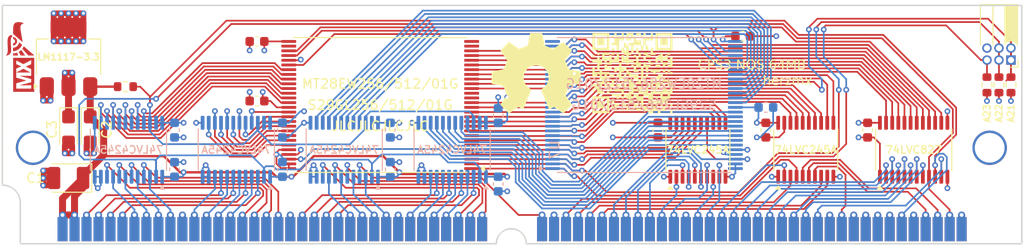
<source format=kicad_pcb>
(kicad_pcb (version 20240108) (generator "pcbnew") (generator_version "8.0")
  (layers (0 "F.Cu" signal) (1 "In1.Cu" signal) (2 "In2.Cu" signal) (31 "B.Cu" signal) (34 "B.Paste" user) (35 "F.Paste" user) (36 "B.SilkS" user "B.Silkscreen") (37 "F.SilkS" user "F.Silkscreen") (38 "B.Mask" user) (39 "F.Mask" user) (44 "Edge.Cuts" user))
  (net 0 "")
  (net 1 "VCC")
  (net 2 "GND")
  (net 3 "/SA20")
  (net 4 "/SA19")
  (net 5 "/SA18")
  (net 6 "/SA17")
  (net 7 "/SA16")
  (net 8 "/SA15")
  (net 9 "/SA14")
  (net 10 "/SA13")
  (net 11 "/SA12")
  (net 12 "/SA11")
  (net 13 "/SA10")
  (net 14 "/SA9")
  (net 15 "/SA8")
  (net 16 "/SA7")
  (net 17 "/SA6")
  (net 18 "/SA5")
  (net 19 "/SA4")
  (net 20 "/SA3")
  (net 21 "/SA2")
  (net 22 "/SA1")
  (net 23 "/SA0")
  (net 24 "/SRST")
  (net 25 "/SOE")
  (net 26 "/A23")
  (net 27 "/A22")
  (net 28 "/A21")
  (net 29 "/A13")
  (net 30 "/A14")
  (net 31 "/A15")
  (net 32 "/A16")
  (net 33 "/A17")
  (net 34 "/A18")
  (net 35 "/A19")
  (net 36 "/A20")
  (net 37 "/OE")
  (net 38 "/A0")
  (net 39 "/A1")
  (net 40 "/A2")
  (net 41 "/A3")
  (net 42 "/A4")
  (net 43 "/A5")
  (net 44 "/A6")
  (net 45 "/A7")
  (net 46 "/A8")
  (net 47 "/A9")
  (net 48 "/A10")
  (net 49 "/A11")
  (net 50 "/A12")
  (net 51 "VDD")
  (net 57 "/RST")
  (net 58 "/SWE_SH")
  (net 59 "/SWE_SND")
  (net 60 "/SND_AD14")
  (net 61 "/SND_AD2")
  (net 62 "/SHD13")
  (net 63 "/SHD8")
  (net 64 "/SHD12")
  (net 65 "/SND_AD0")
  (net 66 "/SHD4")
  (net 67 "/SHD14")
  (net 68 "/SHD6")
  (net 69 "/SND_AD12")
  (net 71 "/SND_AD15")
  (net 72 "/SHD5")
  (net 73 "/SHD1")
  (net 74 "/SHD3")
  (net 75 "/SND_AD9")
  (net 76 "/SND_AD1")
  (net 77 "/SND_AD7")
  (net 80 "/SHD11")
  (net 82 "/SND_AD3")
  (net 84 "/SND_AD13")
  (net 85 "/SND_AD8")
  (net 86 "/SND_AD6")
  (net 87 "/SHD0")
  (net 88 "/SHD9")
  (net 89 "/SND_AD4")
  (net 90 "/SHD2")
  (net 91 "/SHD10")
  (net 92 "/SND_AD10")
  (net 93 "/SND_AD11")
  (net 94 "/SHD7")
  (net 95 "/SND_AD5")
  (net 96 "/SHD15")
  (net 122 "/SSHD5")
  (net 123 "/SSND_AD0")
  (net 124 "/SSHD0")
  (net 125 "/SSHD2")
  (net 126 "/SSHD8")
  (net 127 "/SSND_AD12")
  (net 128 "/SSND_AD2")
  (net 129 "/SSND_AD5")
  (net 130 "/SSHD9")
  (net 131 "/SSND_AD1")
  (net 132 "/SSND_AD13")
  (net 133 "/SSHD3")
  (net 134 "/SSND_AD15")
  (net 135 "/SSND_AD9")
  (net 136 "/SSHD7")
  (net 137 "/SSHD13")
  (net 138 "/SSND_AD3")
  (net 139 "/SSHD15")
  (net 140 "/SSHD6")
  (net 141 "/SSHD11")
  (net 142 "/SSND_AD11")
  (net 143 "/SSND_AD6")
  (net 144 "/SSND_AD14")
  (net 145 "/SSHD4")
  (net 146 "/SSHD10")
  (net 147 "/SSND_AD8")
  (net 148 "/SCE")
  (net 149 "/SSND_AD10")
  (net 150 "/SSHD1")
  (net 151 "/SSND_AD4")
  (net 152 "/SSHD12")
  (net 153 "/SSHD14")
  (net 154 "/WE_SND")
  (net 155 "/WE_SH")
  (net 156 "/CE")
  (net 157 "/SSND_AD7")
  (footprint "Capacitor_Tantalum_SMD:CP_EIA-3216-10_Kemet-I" (layer "F.Cu") (at 96.7584 94.35 -90)
    (property "Reference" "C2")
    (property "Value" "10uf")
  )
  (footprint "Capacitor_SMD:C_0603_1608Metric" (layer "F.Cu") (at 165.8809 84.44175)
    (property "Reference" "C18" (hide yes))
    (property "Value" "100nf" (hide yes))
  )
  (footprint "Package_SO:TSOP-I-56_18.4x14mm_P0.5mm" (layer "F.Cu") (at 127.4784 91.75 180)
    (property "Reference" "U4" (hide yes))
    (property "Value" "S29GL256/512/01G")
  )
  (footprint "CPS3:OpenHW_H8.5" (layer "F.Cu") (at 144 88.375)
    (property "Reference" "REF**" (hide yes))
    (property "Value" "OpenHW_H8.5" (hide yes))
  )
  (footprint "Connector_PinSocket_1.27mm:PinSocket_2x03_P1.27mm_Horizontal" (layer "F.Cu") (at 194.2994 86.9778 -90)
    (property "Reference" "J2" (hide yes))
    (property "Value" "Conn_02x03_Odd_Even" (hide yes))
  )
  (footprint "Package_SO:TSSOP-20_4.4x6.5mm_P0.65mm" (layer "F.Cu") (at 161.1334 96.5 90)
    (property "Reference" "U5" (hide yes))
    (property "Value" "74LVC245A")
  )
  (footprint "Resistor_SMD:R_0603_1608Metric" (layer "F.Cu") (at 191.7594 89.615 90)
    (property "Reference" "R3" (hide yes))
    (property "Value" "10K" (hide yes))
  )
  (footprint "CPS3:place-hole" (layer "F.Cu") (at 90.6994 96.2908)
    (property "Reference" "REF**" (hide yes))
    (property "Value" "place-hole" (hide yes))
  )
  (footprint "Capacitor_SMD:C_0603_1608Metric" (layer "F.Cu") (at 156.9034 94.4125 -90)
    (property "Reference" "C9" (hide yes))
    (property "Value" "100nf" (hide yes))
  )
  (footprint "Capacitor_Tantalum_SMD:CP_EIA-3216-10_Kemet-I" (layer "F.Cu") (at 94.458398 94.35 -90)
    (property "Reference" "C3")
    (property "Value" "10uf")
  )
  (footprint "Capacitor_Tantalum_SMD:CP_EIA-3528-12_Kemet-T" (layer "F.Cu") (at 94.4584 99.5 180)
    (property "Reference" "C1")
    (property "Value" "100uf")
  )
  (footprint "Capacitor_SMD:C_0603_1608Metric" (layer "F.Cu") (at 114.425 91.325 180)
    (property "Reference" "C8" (hide yes))
    (property "Value" "100nf" (hide yes))
  )
  (footprint "Resistor_SMD:R_0603_1608Metric" (layer "F.Cu") (at 100.4834 89.8)
    (property "Reference" "R4" (hide yes))
    (property "Value" "10K" (hide yes))
  )
  (footprint "Package_SO:TSSOP-20_4.4x6.5mm_P0.65mm" (layer "F.Cu") (at 172.5634 96.5 90)
    (property "Reference" "U6" (hide yes))
    (property "Value" "74LVC245A")
  )
  (footprint "Resistor_SMD:R_0603_1608Metric" (layer "F.Cu") (at 193.029399 89.615 90)
    (property "Reference" "R2" (hide yes))
    (property "Value" "10K" (hide yes))
  )
  (footprint "CPS3:QR-SIMM" (layer "F.Cu") (at 154.2 88.375)
    (property "Reference" "REF**" (hide yes))
    (property "Value" "QR-SIMM" (hide yes))
  )
  (footprint "Package_SO:TSSOP-24_4.4x7.8mm_P0.65mm" (layer "F.Cu") (at 183.9934 96.5 90)
    (property "Reference" "U8" (hide yes))
    (property "Value" "74LVC827")
  )
  (footprint "CPS3:place-hole" (layer "F.Cu") (at 192.0454 96.2908)
    (property "Reference" "REF**" (hide yes))
    (property "Value" "place-hole" (hide yes))
  )
  (footprint "Capacitor_SMD:C_0603_1608Metric" (layer "F.Cu") (at 114.425 85 180)
    (property "Reference" "C17" (hide yes))
    (property "Value" "100nf" (hide yes))
  )
  (footprint "Capacitor_SMD:C_0603_1608Metric" (layer "F.Cu") (at 179.1134 94.4125 -90)
    (property "Reference" "C11" (hide yes))
    (property "Value" "100nf" (hide yes))
  )
  (footprint "CPS3:mx" (layer "F.Cu") (at 89.33 86.65 90)
    (property "Reference" "REF**" (hide yes))
    (property "Value" "mx" (hide yes))
  )
  (footprint "Package_TO_SOT_SMD:SOT-223-3_TabPin2" (layer "F.Cu") (at 94.4584 86.65 90)
    (property "Reference" "U1" (hide yes))
    (property "Value" "LM1117-3.3")
  )
  (footprint "Resistor_SMD:R_0603_1608Metric" (layer "F.Cu") (at 194.2994 89.615 90)
    (property "Reference" "R1" (hide yes))
    (property "Value" "10K" (hide yes))
  )
  (footprint "Capacitor_SMD:C_0603_1608Metric" (layer "F.Cu") (at 168.3334 94.4125 -90)
    (property "Reference" "C10" (hide yes))
    (property "Value" "100nf" (hide yes))
  )
  (footprint "Package_SO:TSSOP-24_4.4x7.8mm_P0.65mm" (layer "B.Cu") (at 100.8084 96.5 90)
    (property "Reference" "U3" (hide yes))
    (property "Value" "74LVC4245A")
  )
  (footprint "Package_SO:TSOP-I-56_18.4x14mm_P0.5mm" (layer "B.Cu") (at 155.4184 91.75)
    (property "Reference" "U10" (hide yes))
    (property "Value" "S29GL256/512/01G")
  )
  (footprint "CPS3:SIMM_EDGE" (layer "B.Cu") (at 141.4484 104.2838 180)
    (property "Reference" "J1" (hide yes))
    (property "Value" "64MB" (hide yes))
  )
  (footprint "Package_SO:TSSOP-24_4.4x7.8mm_P0.65mm" (layer "B.Cu") (at 123.6684 96.5 90)
    (property "Reference" "U9" (hide yes))
    (property "Value" "74LVC4245A")
  )
  (footprint "Capacitor_SMD:C_0603_1608Metric" (layer "B.Cu") (at 105.6884 94.4125 -90)
    (property "Reference" "C7" (hide yes))
    (property "Value" "100nf" (hide yes))
  )
  (footprint "Capacitor_SMD:C_0603_1608Metric" (layer "B.Cu") (at 128.5484 98.587499 90)
    (property "Reference" "C14" (hide yes))
    (property "Value" "100nf" (hide yes))
  )
  (footprint "Capacitor_SMD:C_0603_1608Metric" (layer "B.Cu") (at 117.1184 94.4125 -90)
    (property "Reference" "C5" (hide yes))
    (property "Value" "100nf" (hide yes))
  )
  (footprint "Package_SO:TSSOP-24_4.4x7.8mm_P0.65mm" (layer "B.Cu") (at 112.2384 96.5 90)
    (property "Reference" "U2" (hide yes))
    (property "Value" "74LVC4245A")
  )
  (footprint "Capacitor_SMD:C_0603_1608Metric" (layer "B.Cu") (at 139.9784 92.8625 90)
    (property "Reference" "C15" (hide yes))
    (property "Value" "100nf" (hide yes))
  )
  (footprint "Capacitor_SMD:C_0603_1608Metric" (layer "B.Cu") (at 117.1184 98.587499 90)
    (property "Reference" "C4" (hide yes))
    (property "Value" "100nf" (hide yes))
  )
  (footprint "Capacitor_SMD:C_0603_1608Metric" (layer "B.Cu") (at 105.6884 98.5875 90)
    (property "Reference" "C6" (hide yes))
    (property "Value" "100nf" (hide yes))
  )
  (footprint "Package_SO:TSSOP-24_4.4x7.8mm_P0.65mm" (layer "B.Cu") (at 135.0984 96.5 90)
    (property "Reference" "U7")
    (property "Value" "74LVC4245A")
  )
  (footprint "Capacitor_SMD:C_0603_1608Metric" (layer "B.Cu") (at 168.3334 92)
    (property "Reference" "C12" (hide yes))
    (property "Value" "100nf" (hide yes))
  )
  (footprint "Capacitor_SMD:C_0603_1608Metric" (layer "B.Cu") (at 128.5484 94.4125 -90)
    (property "Reference" "C16" (hide yes))
    (property "Value" "100nf" (hide yes))
  )
  (footprint "Capacitor_SMD:C_0603_1608Metric" (layer "B.Cu") (at 139.9784 100.1375 -90)
    (property "Reference" "C13" (hide yes))
    (property "Value" "100nf" (hide yes))
  )
  (gr_line (start 195.4494 81.1778) (end 87.4484 81.1778) (stroke (width 0.15)) (layer "Edge.Cuts"))
  (gr_line (start 87.4484 81.1778) (end 87.4484 95.7408) (stroke (width 0.15)) (layer "Edge.Cuts"))
  (gr_line (start 87.4484 95.7408) (end 87.4484 100.2528) (stroke (width 0.15)) (layer "Edge.Cuts"))
  (gr_arc (start 87.4484 100.2528) (mid 88.795438 100.810762) (end 89.3534 102.1578) (stroke (width 0.15)) (layer "Edge.Cuts"))
  (gr_arc (start 139.7814 106.4758) (mid 141.3644 104.8928) (end 142.9474 106.4758) (stroke (width 0.15)) (layer "Edge.Cuts"))
  (gr_line (start 142.9474 106.4758) (end 195.4494 106.4758) (stroke (width 0.15)) (layer "Edge.Cuts"))
  (gr_line (start 195.4494 106.4758) (end 195.4494 81.1778) (stroke (width 0.15)) (layer "Edge.Cuts"))
  (gr_line (start 89.3534 106.4758) (end 139.7814 106.4758) (stroke (width 0.15)) (layer "Edge.Cuts"))
  (gr_line (start 89.3534 102.1578) (end 89.3534 106.4758) (stroke (width 0.15)) (layer "Edge.Cuts"))
  (gr_text "MT28EW256/512/01G" (at 155.4184 89.5 0) (layer "B.SilkS") (effects (font (size 1 1)) (justify mirror)))
  (gr_text "A21" (at 194.2994 93.7 90) (layer "F.SilkS") (effects (font (size 0.7 0.7)) (justify left)))
  (gr_text "CPS3 NOS 64MB\n                 herzmx" (at 166.8484 88.375 0) (layer "F.SilkS") (effects (font (size 1 1))))
  (gr_text "A23" (at 191.7594 93.7 90) (layer "F.SilkS") (effects (font (size 0.7 0.7)) (justify left)))
  (gr_text "MT28EW256/512/01G" (at 127.4784 89.5 0) (layer "F.SilkS") (effects (font (size 1 1))))
  (gr_text "A22" (at 193.029399 93.7 90) (layer "F.SilkS") (effects (font (size 0.7 0.7)) (justify left)))
  (gr_text "JLCJLCJLCJLC" (at 127.4784 94 0) (layer "F.SilkS") (effects (font (size 1 1))))
  (segment (start 115.993 98.893) (end 116.462499 99.362499) (width 0.25) (layer "F.Cu") (net 1))
  (segment (start 120.440052 97.175) (end 127.788401 97.175) (width 0.25) (layer "F.Cu") (net 1))
  (segment (start 140.646899 99.072999) (end 140.9364 99.3625) (width 0.25) (layer "F.Cu") (net 1))
  (segment (start 106.6464 98.893) (end 115.993 98.893) (width 0.25) (layer "F.Cu") (net 1))
  (segment (start 93.8234 103.4268) (end 93.8234 101.6725) (width 0.741) (layer "F.Cu") (net 1))
  (segment (start 118.0764 99.362499) (end 118.252553 99.362499) (width 0.25) (layer "F.Cu") (net 1))
  (segment (start 127.788401 97.175) (end 129.5064 98.892999) (width 0.25) (layer "F.Cu") (net 1))
  (segment (start 106.6464 98.893) (end 106.283 98.893) (width 0.25) (layer "F.Cu") (net 1))
  (segment (start 98.180075 94.421675) (end 98.180075 97.061652) (width 0.74) (layer "F.Cu") (net 1))
  (segment (start 98.061728 97.18) (end 95.9959 99.245828) (width 0.25) (layer "F.Cu") (net 1))
  (segment (start 96.800001 89.841601) (end 96.7584 89.8) (width 0.25) (layer "F.Cu") (net 1))
  (segment (start 95.0934 103.4268) (end 95.0934 101.4366) (width 0.741) (layer "F.Cu") (net 1))
  (segment (start 106.283 98.893) (end 104.57 97.18) (width 0.25) (layer "F.Cu") (net 1))
  (segment (start 118.252553 99.362499) (end 120.440052 97.175) (width 0.25) (layer "F.Cu") (net 1))
  (segment (start 116.462499 99.362499) (end 118.0764 99.362499) (width 0.25) (layer "F.Cu") (net 1))
  (segment (start 95.9959 99.245827) (end 95.9959 99.5) (width 0.74) (layer "F.Cu") (net 1))
  (segment (start 96.7584 89.8) (end 96.7584 93) (width 0.74) (layer "F.Cu") (net 1))
  (segment (start 95.0934 101.4366) (end 95.9959 100.5341) (width 0.741) (layer "F.Cu") (net 1))
  (segment (start 104.57 97.18) (end 98.061728 97.18) (width 0.25) (layer "F.Cu") (net 1))
  (segment (start 93.8234 101.6725) (end 95.9959 99.5) (width 0.741) (layer "F.Cu") (net 1))
  (segment (start 95.9959 99.245828) (end 95.9959 99.5) (width 0.25) (layer "F.Cu") (net 1))
  (segment (start 95.9959 100.5341) (end 95.9959 99.5) (width 0.741) (layer "F.Cu") (net 1))
  (segment (start 129.6864 99.072999) (end 140.646899 99.072999) (width 0.25) (layer "F.Cu") (net 1))
  (segment (start 96.7584 93) (end 98.180075 94.421675) (width 0.74) (layer "F.Cu") (net 1))
  (segment (start 93.8234 103.4268) (end 95.0934 103.4268) (width 0.741) (layer "F.Cu") (net 1))
  (segment (start 96.7584 89.8) (end 99.6584 89.8) (width 0.25) (layer "F.Cu") (net 1))
  (segment (start 129.5064 98.892999) (end 129.6864 99.072999) (width 0.25) (layer "F.Cu") (net 1))
  (segment (start 98.180075 97.061652) (end 95.9959 99.245827) (width 0.74) (layer "F.Cu") (net 1))
  (via (at 118.0764 99.362499) (size 0.61) (drill 0.305) (layers "F.Cu" "B.Cu") (net 1))
  (via (at 106.6464 98.893) (size 0.61) (drill 0.305) (layers "F.Cu" "B.Cu") (net 1))
  (via (at 140.9364 99.3625) (size 0.61) (drill 0.305) (layers "F.Cu" "B.Cu") (net 1))
  (via (at 129.5064 98.892999) (size 0.61) (drill 0.305) (layers "F.Cu" "B.Cu") (net 1))
  (segment (start 106.6464 99.2036) (end 106.6464 98.893) (width 0.178) (layer "B.Cu") (net 1))
  (segment (start 139.9784 99.3625) (end 138.6734 99.3625) (width 0.178) (layer "B.Cu") (net 1))
  (segment (start 118.0764 99.362499) (end 117.1184 99.362499) (width 0.178) (layer "B.Cu") (net 1))
  (segment (start 129.5064 98.892999) (end 129.5064 99.0836) (width 0.178) (layer "B.Cu") (net 1))
  (segment (start 105.6884 99.3625) (end 104.3834 99.3625) (width 0.178) (layer "B.Cu") (net 1))
  (segment (start 129.227501 99.362499) (end 128.5484 99.362499) (width 0.178) (layer "B.Cu") (net 1))
  (segment (start 129.5064 99.0836) (end 129.227501 99.362499) (width 0.178) (layer "B.Cu") (net 1))
  (segment (start 106.4875 99.3625) (end 106.6464 99.2036) (width 0.178) (layer "B.Cu") (net 1))
  (segment (start 115.813401 99.362499) (end 115.8134 99.3625) (width 0.178) (layer "B.Cu") (net 1))
  (segment (start 140.9364 99.3625) (end 139.9784 99.3625) (width 0.178) (layer "B.Cu") (net 1))
  (segment (start 105.6884 99.3625) (end 106.4875 99.3625) (width 0.178) (layer "B.Cu") (net 1))
  (segment (start 128.5484 99.362499) (end 127.243401 99.362499) (width 0.178) (layer "B.Cu") (net 1))
  (segment (start 127.243401 99.362499) (end 127.2434 99.3625) (width 0.178) (layer "B.Cu") (net 1))
  (segment (start 117.1184 99.362499) (end 115.813401 99.362499) (width 0.178) (layer "B.Cu") (net 1))
  (segment (start 169.713688 95.1875) (end 170.2884 94.612788) (width 0.178) (layer "F.Cu") (net 2))
  (segment (start 175.4884 99.3625) (end 176.1714 99.3625) (width 0.178) (layer "F.Cu") (net 2))
  (segment (start 96.364399 96.882999) (end 97.152402 96.883) (width 0.61) (layer "F.Cu") (net 2))
  (segment (start 117.7909 98) (end 117.7909 98.5) (width 0.178) (layer "F.Cu") (net 2))
  (segment (start 97.152402 96.094002) (end 96.7584 95.7) (width 0.61) (layer "F.Cu") (net 2))
  (segment (start 117.003401 98.5) (end 117.7909 98.5) (width 0.178) (layer "F.Cu") (net 2))
  (segment (start 179.7625 95.1875) (end 179.1134 95.1875) (width 0.178) (layer "F.Cu") (net 2))
  (segment (start 116.48548 97.982079) (end 117.003401 98.5) (width 0.178) (layer "F.Cu") (net 2))
  (segment (start 113.65 85) (end 113.65 85.958) (width 0.178) (layer "F.Cu") (net 2))
  (segment (start 94.852401 96.882999) (end 94.852401 96.094003) (width 0.61) (layer "F.Cu") (net 2))
  (segment (start 167.3754 95.1875) (end 168.3334 95.1875) (width 0.178) (layer "F.Cu") (net 2))
  (segment (start 187.5684 99.3625) (end 187.5684 100.582999) (width 0.178) (layer "F.Cu") (net 2))
  (segment (start 187.5684 93.6375) (end 187.5684 92.417) (width 0.178) (layer "F.Cu") (net 2))
  (segment (start 178.1554 95.1875) (end 179.1134 95.1875) (width 0.178) (layer "F.Cu") (net 2))
  (segment (start 92.552402 90.194002) (end 92.1584 89.8) (width 0.61) (layer "F.Cu") (net 2))
  (segment (start 158.8584 94.5916) (end 158.8584 93.6375) (width 0.178) (layer "F.Cu") (net 2))
  (segment (start 91.7754 99.5) (end 91.7754 98.711997) (width 0.61) (layer "F.Cu") (net 2))
  (segment (start 94.852401 96.882999) (end 94.064398 96.883) (width 0.61) (layer "F.Cu") (net 2))
  (segment (start 156.9034 95.1875) (end 152.12 95.1875) (width 0.178) (layer "F.Cu") (net 2))
  (segment (start 94.852401 96.094003) (end 94.458398 95.7) (width 0.178) (layer "F.Cu") (net 2))
  (segment (start 117.7909 87) (end 118.9894 87) (width 0.178) (layer "F.Cu") (net 2))
  (segment (start 97.152402 96.883) (end 97.152402 96.094002) (width 0.61) (layer "F.Cu") (net 2))
  (segment (start 91.7754 100.288003) (end 92.132897 100.288003) (width 0.61) (layer "F.Cu") (net 2))
  (segment (start 91.7754 98.711997) (end 92.132897 98.711997) (width 0.61) (layer "F.Cu") (net 2))
  (segment (start 94.064398 96.094001) (end 94.458398 95.7) (width 0.61) (layer "F.Cu") (net 2))
  (segment (start 118.9894 87) (end 119.0614 86.928) (width 0.178) (layer "F.Cu") (net 2))
  (segment (start 96.364399 96.094001) (end 96.7584 95.7) (width 0.61) (layer "F.Cu") (net 2))
  (segment (start 168.3334 95.1875) (end 169.713688 95.1875) (width 0.178) (layer "F.Cu") (net 2))
  (segment (start 116.78 96.5) (end 117.7909 96.5) (width 0.178) (layer "F.Cu") (net 2))
  (segment (start 116.48548 96.79452) (end 116.78 96.5) (width 0.178) (layer "F.Cu") (net 2))
  (segment (start 164.7414 99.3625) (end 164.0584 99.3625) (width 0.178) (layer "F.Cu") (net 2))
  (segment (start 116.48548 97) (end 116.48548 97.982079) (width 0.178) (layer "F.Cu") (net 2))
  (segment (start 91.764399 90.194001) (end 92.1584 89.8) (width 0.61) (layer "F.Cu") (net 2))
  (segment (start 91.7754 99.5) (end 92.9209 99.5) (width 0.61) (layer "F.Cu") (net 2))
  (segment (start 113.65 90.367) (end 113.65 91.325) (width 0.178) (layer "F.Cu") (net 2))
  (segment (start 170.2884 94.612788) (end 170.2884 93.6375) (width 0.178) (layer "F.Cu") (net 2))
  (segment (start 92.132897 98.711997) (end 92.9209 99.5) (width 0.61) (layer "F.Cu") (net 2))
  (segment (start 91.7754 99.5) (end 91.7754 100.288003) (width 0.61) (layer "F.Cu") (net 2))
  (segment (start 92.132897 100.288003) (end 92.9209 99.5) (width 0.61) (layer "F.Cu") (net 2))
  (segment (start 180.4184 99.3625) (end 180.4184 95.8434) (width 0.178) (layer "F.Cu") (net 2))
  (segment (start 91.764399 91.283) (end 91.764399 90.194001) (width 0.61) (layer "F.Cu") (net 2))
  (segment (start 158.2625 95.1875) (end 158.8584 94.5916) (width 0.178) (layer "F.Cu") (net 2))
  (segment (start 156.9034 95.1875) (end 158.2625 95.1875) (width 0.178) (layer "F.Cu") (net 2))
  (segment (start 116.48548 97) (end 116.48548 96.79452) (width 0.178) (layer "F.Cu") (net 2))
  (segment (start 94.064398 96.883) (end 94.064398 96.094001) (width 0.61) (layer "F.Cu") (net 2))
  (segment (start 92.552402 91.283) (end 91.764399 91.283) (width 0.61) (layer "F.Cu") (net 2))
  (segment (start 96.364399 96.882999) (end 96.364399 96.094001) (width 0.61) (layer "F.Cu") (net 2))
  (segment (start 180.4184 95.8434) (end 179.7625 95.1875) (width 0.178) (layer "F.Cu") (net 2))
  (segment (start 92.552402 91.283) (end 92.552402 90.194002) (width 0.61) (layer "F.Cu") (net 2))
  (segment (start 169.439 84.44175) (end 166.6559 84.44175) (width 0.178) (layer "F.Cu") (net 2))
  (via (at 97.152402 96.883) (size 0.61) (drill 0.305) (layers "F.Cu" "B.Cu") (net 2))
  (via (at 92.552402 91.283) (size 0.61) (drill 0.305) (layers "F.Cu" "B.Cu") (net 2))
  (via (at 91.7754 100.288003) (size 0.61) (drill 0.305) (layers "F.Cu" "B.Cu") (net 2))
  (via (at 113.65 85.958) (size 0.61) (drill 0.305) (layers "F.Cu" "B.Cu") (net 2))
  (via (at 91.7754 99.5) (size 0.61) (drill 0.305) (layers "F.Cu" "B.Cu") (net 2))
  (via (at 166.3764 96.5) (size 0.61) (drill 0.305) (layers "F.Cu" "B.Cu") (net 2))
  (via (at 119.4104 93.6375) (size 0.61) (drill 0.305) (layers "F.Cu" "B.Cu") (net 2))
  (via (at 178.1554 95.1875) (size 0.61) (drill 0.305) (layers "F.Cu" "B.Cu") (net 2))
  (via (at 94.852401 96.882999) (size 0.61) (drill 0.305) (layers "F.Cu" "B.Cu") (net 2))
  (via (at 91.7754 98.711997) (size 0.61) (drill 0.305) (layers "F.Cu" "B.Cu") (net 2))
  (via (at 139.9784 90.928) (size 0.61) (drill 0.305) (layers "F.Cu" "B.Cu") (net 2))
  (via (at 187.5684 92.417) (size 0.61) (drill 0.305) (layers "F.Cu" "B.Cu") (net 2))
  (via (at 106.6464 95.1875) (size 0.61) (drill 0.305) (layers "F.Cu" "B.Cu") (net 2))
  (via (at 140.9364 100.9125) (size 0.61) (drill 0.305) (layers "F.Cu" "B.Cu") (net 2))
  (via (at 113.65 90.367) (size 0.61) (drill 0.305) (layers "F.Cu" "B.Cu") (net 2))
  (via (at 176.1714 99.3625) (size 0.61) (drill 0.305) (layers "F.Cu" "B.Cu") (net 2))
  (via (at 97.5584 100.582999) (size 0.61) (drill 0.305) (layers "F.Cu" "B.Cu") (net 2))
  (via (at 96.364399 96.882999) (size 0.61) (drill 0.305) (layers "F.Cu" "B.Cu") (net 2))
  (via (at 129.5064 97.812499) (size 0.61) (drill 0.305) (layers "F.Cu" "B.Cu") (net 2))
  (via (at 187.5684 100.582999) (size 0.61) (drill 0.305) (layers "F.Cu" "B.Cu") (net 2))
  (via (at 94.064398 96.883) (size 0.61) (drill 0.305) (layers "F.Cu" "B.Cu") (net 2))
  (via (at 169.439 84.44175) (size 0.61) (drill 0.305) (layers "F.Cu" "B.Cu") (net 2))
  (via (at 91.764399 91.283) (size 0.61) (drill 0.305) (layers "F.Cu" "B.Cu") (net 2))
  (via (at 152.12 95.1875) (size 0.61) (drill 0.305) (layers "F.Cu" "B.Cu") (net 2))
  (via (at 161.217395 84.7925) (size 0.61) (drill 0.305) (layers "F.Cu" "B.Cu") (net 2))
  (via (at 119.0614 86.928) (size 0.61) (drill 0.305) (layers "F.Cu" "B.Cu") (net 2))
  (via (at 131.8484 98.142) (size 0.61) (drill 0.305) (layers "F.Cu" "B.Cu") (net 2))
  (via (at 116.48548 97) (size 0.61) (drill 0.305) (layers "F.Cu" "B.Cu") (net 2))
  (via (at 164.7414 99.3625) (size 0.61) (drill 0.305) (layers "F.Cu" "B.Cu") (net 2))
  (via (at 108.9884 98.142) (size 0.61) (drill 0.305) (layers "F.Cu" "B.Cu") (net 2))
  (via (at 107.9804 93.6375) (size 0.61) (drill 0.305) (layers "F.Cu" "B.Cu") (net 2))
  (via (at 130.8404 93.6375) (size 0.61) (drill 0.305) (layers "F.Cu" "B.Cu") (net 2))
  (via (at 167.3754 95.1875) (size 0.61) (drill 0.305) (layers "F.Cu" "B.Cu") (net 2))
  (via (at 129.5064 95.1875) (size 0.61) (drill 0.305) (layers "F.Cu" "B.Cu") (net 2))
  (via (at 120.4184 98.142) (size 0.61) (drill 0.305) (layers "F.Cu" "B.Cu") (net 2))
  (via (at 106.6464 97.8125) (size 0.61) (drill 0.305) (layers "F.Cu" "B.Cu") (net 2))
  (segment (start 108.6634 93.6375) (end 107.9804 93.6375) (width 0.178) (layer "B.Cu") (net 2))
  (segment (start 129.5064 97.812499) (end 128.5484 97.812499) (width 0.178) (layer "B.Cu") (net 2))
  (segment (start 108.6634 99.3625) (end 108.6634 98.467) (width 0.178) (layer "B.Cu") (net 2))
  (segment (start 108.6634 98.467) (end 108.9884 98.142) (width 0.178) (layer "B.Cu") (net 2))
  (segment (start 106.6464 95.1875) (end 105.6884 95.1875) (width 0.178) (layer "B.Cu") (net 2))
  (segment (start 117.1184 97.3084) (end 116.81 97) (width 0.178) (layer "B.Cu") (net 2))
  (segment (start 120.7434 98.467) (end 120.4184 98.142) (width 0.178) (layer "B.Cu") (net 2))
  (segment (start 120.7434 99.3625) (end 120.7434 98.467) (width 0.178) (layer "B.Cu") (net 2))
  (segment (start 163.4 87) (end 161.217395 84.817395) (width 0.178) (layer "B.Cu") (net 2))
  (segment (start 165.1059 98.998) (end 164.7414 99.3625) (width 0.178) (layer "B.Cu") (net 2))
  (segment (start 117.1184 97.812499) (end 117.1184 97.3084) (width 0.178) (layer "B.Cu") (net 2))
  (segment (start 120.0934 93.6375) (end 119.4104 93.6375) (width 0.178) (layer "B.Cu") (net 2))
  (segment (start 97.2334 93.6375) (end 97.2334 96.843603) (width 0.178) (layer "B.Cu") (net 2))
  (segment (start 117.7625 95.1875) (end 117.1184 95.1875) (width 0.178) (layer "B.Cu") (net 2))
  (segment (start 140.9364 100.9125) (end 139.9784 100.9125) (width 0.178) (layer "B.Cu") (net 2))
  (segment (start 120.0934 98.467) (end 120.4184 98.142) (width 0.178) (layer "B.Cu") (net 2))
  (segment (start 167.3754 95.1875) (end 167.7125 95.1875) (width 0.178) (layer "B.Cu") (net 2))
  (segment (start 166.3764 96.5) (end 165.1059 96.5) (width 0.178) (layer "B.Cu") (net 2))
  (segment (start 165.1059 97.999999) (end 165.1059 98.5) (width 0.178) (layer "B.Cu") (net 2))
  (segment (start 97.8834 99.3625) (end 97.2334 99.3625) (width 0.178) (layer "B.Cu") (net 2))
  (segment (start 109.3134 99.3625) (end 109.3134 98.467) (width 0.178) (layer "B.Cu") (net 2))
  (segment (start 132.1734 98.467) (end 131.8484 98.142) (width 0.178) (layer "B.Cu") (net 2))
  (segment (start 119.4104 93.6375) (end 119.3125 93.6375) (width 0.178) (layer "B.Cu") (net 2))
  (segment (start 109.3134 99.3625) (end 108.6634 99.3625) (width 0.178) (layer "B.Cu") (net 2))
  (segment (start 97.2334 99.3625) (end 97.2334 100.257999) (width 0.178) (layer "B.Cu") (net 2))
  (segment (start 165.1059 98.5) (end 165.1059 98.998) (width 0.178) (layer "B.Cu") (net 2))
  (segment (start 132.1734 99.3625) (end 132.1734 98.467) (width 0.178) (layer "B.Cu") (net 2))
  (segment (start 120.0934 99.3625) (end 120.0934 98.467) (width 0.178) (layer "B.Cu") (net 2))
  (segment (start 161.217395 84.817395) (end 161.217395 84.7925) (width 0.178) (layer "B.Cu") (net 2))
  (segment (start 131.5234 93.6375) (end 130.8404 93.6375) (width 0.178) (layer "B.Cu") (net 2))
  (segment (start 97.8834 100.257999) (end 97.5584 100.582999) (width 0.178) (layer "B.Cu") (net 2))
  (segment (start 165.1059 87) (end 163.4 87) (width 0.178) (layer "B.Cu") (net 2))
  (segment (start 97.2334 100.257999) (end 97.5584 100.582999) (width 0.178) (layer "B.Cu") (net 2))
  (segment (start 132.1734 99.3625) (end 131.5234 99.3625) (width 0.178) (layer "B.Cu") (net 2))
  (segment (start 106.6464 97.8125) (end 105.6884 97.8125) (width 0.178) (layer "B.Cu") (net 2))
  (segment (start 131.5234 99.3625) (end 131.5234 98.467) (width 0.178) (layer "B.Cu") (net 2))
  (segment (start 109.3134 98.467) (end 108.9884 98.142) (width 0.178) (layer "B.Cu") (net 2))
  (segment (start 169.1084 93.7916) (end 169.1084 92) (width 0.178) (layer "B.Cu") (net 2))
  (segment (start 119.3125 93.6375) (end 117.7625 95.1875) (width 0.178) (layer "B.Cu") (net 2))
  (segment (start 131.5234 98.467) (end 131.8484 98.142) (width 0.178) (layer "B.Cu") (net 2))
  (segment (start 139.9784 90.928) (end 139.9784 92.0875) (width 0.178) (layer "B.Cu") (net 2))
  (segment (start 167.7125 95.1875) (end 169.1084 93.7916) (width 0.178) (layer "B.Cu") (net 2))
  (segment (start 116.81 97) (end 116.48548 97) (width 0.178) (layer "B.Cu") (net 2))
  (segment (start 120.7434 99.3625) (end 120.0934 99.3625) (width 0.178) (layer "B.Cu") (net 2))
  (segment (start 97.8834 99.3625) (end 97.8834 100.257999) (width 0.178) (layer "B.Cu") (net 2))
  (segment (start 97.2334 96.843603) (end 97.194003 96.883) (width 0.178) (layer "B.Cu") (net 2))
  (segment (start 129.5064 95.1875) (end 128.5484 95.1875) (width 0.178) (layer "B.Cu") (net 2))
  (segment (start 169.905 97.57) (end 165.7537 101.7213) (width 0.178) (layer "F.Cu") (net 3))
  (segment (start 171.5884 98.4134) (end 170.745 97.57) (width 0.178) (layer "F.Cu") (net 3))
  (segment (start 171.5884 99.3625) (end 171.5884 98.4134) (width 0.178) (layer "F.Cu") (net 3))
  (segment (start 148.8689 101.7213) (end 147.1634 103.4268) (width 0.178) (layer "F.Cu") (net 3))
  (segment (start 170.745 97.57) (end 169.905 97.57) (width 0.178) (layer "F.Cu") (net 3))
  (segment (start 165.7537 101.7213) (end 148.8689 101.7213) (width 0.178) (layer "F.Cu") (net 3))
  (segment (start 170.9384 100.3116) (end 169.1727 102.0773) (width 0.178) (layer "F.Cu") (net 4))
  (segment (start 149.7829 102.0773) (end 148.4334 103.4268) (width 0.178) (layer "F.Cu") (net 4))
  (segment (start 169.1727 102.0773) (end 149.7829 102.0773) (width 0.178) (layer "F.Cu") (net 4))
  (segment (start 170.9384 99.3625) (end 170.9384 100.3116) (width 0.178) (layer "F.Cu") (net 4))
  (segment (start 174.1884 100.3116) (end 172.0667 102.4333) (width 0.178) (layer "F.Cu") (net 5))
  (segment (start 174.1884 99.3625) (end 174.1884 100.3116) (width 0.178) (layer "F.Cu") (net 5))
  (segment (start 172.0667 102.4333) (end 150.6969 102.4333) (width 0.178) (layer "F.Cu") (net 5))
  (segment (start 150.6969 102.4333) (end 149.7034 103.4268) (width 0.178) (layer "F.Cu") (net 5))
  (segment (start 174.8384 99.3625) (end 174.8384 100.3116) (width 0.178) (layer "F.Cu") (net 6))
  (segment (start 151.6109 102.7893) (end 150.9734 103.4268) (width 0.178) (layer "F.Cu") (net 6))
  (segment (start 172.3607 102.7893) (end 151.6109 102.7893) (width 0.178) (layer "F.Cu") (net 6))
  (segment (start 174.8384 100.3116) (end 172.3607 102.7893) (width 0.178) (layer "F.Cu") (net 6))
  (segment (start 161.4584 99.3625) (end 161.4584 100.4373) (width 0.178) (layer "F.Cu") (net 7))
  (via (at 161.4584 100.4373) (size 0.61) (drill 0.305) (layers "F.Cu" "B.Cu") (net 7))
  (segment (start 161.4584 100.4373) (end 161.4584 97.95494) (width 0.178) (layer "B.Cu") (net 7))
  (segment (start 160.36146 96.858) (end 157.710589 96.858) (width 0.178) (layer "B.Cu") (net 7))
  (segment (start 152.2434 102.325189) (end 152.2434 103.4268) (width 0.178) (layer "B.Cu") (net 7))
  (segment (start 157.710589 96.858) (end 152.2434 102.325189) (width 0.178) (layer "B.Cu") (net 7))
  (segment (start 161.4584 97.95494) (end 160.36146 96.858) (width 0.178) (layer "B.Cu") (net 7))
  (segment (start 160.8084 99.3625) (end 160.8084 98.142001) (width 0.178) (layer "F.Cu") (net 8))
  (via (at 160.8084 98.142001) (size 0.61) (drill 0.305) (layers "F.Cu" "B.Cu") (net 8))
  (segment (start 153.5134 101.558649) (end 153.5134 103.4268) (width 0.178) (layer "B.Cu") (net 8))
  (segment (start 160.8084 98.142001) (end 160.8084 97.8084) (width 0.178) (layer "B.Cu") (net 8))
  (segment (start 160.8084 97.8084) (end 160.214 97.214) (width 0.178) (layer "B.Cu") (net 8))
  (segment (start 157.858049 97.214) (end 153.5134 101.558649) (width 0.178) (layer "B.Cu") (net 8))
  (segment (start 160.214 97.214) (end 157.858049 97.214) (width 0.178) (layer "B.Cu") (net 8))
  (segment (start 160.1584 99.3625) (end 160.1584 100.4373) (width 0.178) (layer "F.Cu") (net 9))
  (via (at 160.1584 100.4373) (size 0.61) (drill 0.305) (layers "F.Cu" "B.Cu") (net 9))
  (segment (start 160.1584 97.983069) (end 159.745331 97.57) (width 0.178) (layer "B.Cu") (net 9))
  (segment (start 160.1584 100.4373) (end 160.1584 97.983069) (width 0.178) (layer "B.Cu") (net 9))
  (segment (start 158.005509 97.57) (end 154.7834 100.792109) (width 0.178) (layer "B.Cu") (net 9))
  (segment (start 154.7834 100.792109) (end 154.7834 103.4268) (width 0.178) (layer "B.Cu") (net 9))
  (segment (start 159.745331 97.57) (end 158.005509 97.57) (width 0.178) (layer "B.Cu") (net 9))
  (segment (start 159.5084 99.3625) (end 159.5084 98.142) (width 0.178) (layer "F.Cu") (net 10))
  (via (at 159.5084 98.142) (size 0.61) (drill 0.305) (layers "F.Cu" "B.Cu") (net 10))
  (segment (start 157.936969 98.142) (end 156.0534 100.025569) (width 0.178) (layer "B.Cu") (net 10))
  (segment (start 159.5084 98.142) (end 157.936969 98.142) (width 0.178) (layer "B.Cu") (net 10))
  (segment (start 156.0534 100.025569) (end 156.0534 103.4268) (width 0.178) (layer "B.Cu") (net 10))
  (segment (start 158.8584 99.3625) (end 158.8584 100.4373) (width 0.178) (layer "F.Cu") (net 11))
  (via (at 158.8584 100.4373) (size 0.61) (drill 0.305) (layers "F.Cu" "B.Cu") (net 11))
  (segment (start 157.3234 102.8516) (end 157.3234 103.4268) (width 0.178) (layer "B.Cu") (net 11))
  (segment (start 158.8584 100.4373) (end 158.8584 101.3166) (width 0.178) (layer "B.Cu") (net 11))
  (segment (start 158.8584 101.3166) (end 157.3234 102.8516) (width 0.178) (layer "B.Cu") (net 11))
  (segment (start 162.1084 99.3625) (end 162.1084 98.142) (width 0.178) (layer "F.Cu") (net 12))
  (via (at 162.1084 98.142) (size 0.61) (drill 0.305) (layers "F.Cu" "B.Cu") (net 12))
  (segment (start 161.2 101.7) (end 159.775 101.7) (width 0.178) (layer "B.Cu") (net 12))
  (segment (start 159.775 101.7) (end 158.5934 102.8816) (width 0.178) (layer "B.Cu") (net 12))
  (segment (start 162.1084 100.7916) (end 161.2 101.7) (width 0.178) (layer "B.Cu") (net 12))
  (segment (start 158.5934 102.8816) (end 158.5934 103.4268) (width 0.178) (layer "B.Cu") (net 12))
  (segment (start 162.1084 98.142) (end 162.1084 100.7916) (width 0.178) (layer "B.Cu") (net 12))
  (segment (start 162.7584 99.3625) (end 162.7584 100.4373) (width 0.178) (layer "F.Cu") (net 13))
  (via (at 162.7584 100.4373) (size 0.61) (drill 0.305) (layers "F.Cu" "B.Cu") (net 13))
  (segment (start 162.7584 101.2416) (end 161.1334 102.8666) (width 0.178) (layer "B.Cu") (net 13))
  (segment (start 161.1334 102.8666) (end 161.1334 103.4268) (width 0.178) (layer "B.Cu") (net 13))
  (segment (start 162.7584 100.4373) (end 162.7584 101.2416) (width 0.178) (layer "B.Cu") (net 13))
  (segment (start 163.4084 99.3625) (end 163.4084 98.142001) (width 0.178) (layer "F.Cu") (net 14))
  (via (at 163.4084 98.142001) (size 0.61) (drill 0.305) (layers "F.Cu" "B.Cu") (net 14))
  (segment (start 163.4084 101.8666) (end 162.4034 102.8716) (width 0.178) (layer "B.Cu") (net 14))
  (segment (start 162.4034 102.8716) (end 162.4034 103.4268) (width 0.178) (layer "B.Cu") (net 14))
  (segment (start 163.4084 98.142001) (end 163.4084 101.8666) (width 0.178) (layer "B.Cu") (net 14))
  (segment (start 170.2884 99.3625) (end 170.2884 98.142) (width 0.178) (layer "F.Cu") (net 15))
  (via (at 170.2884 98.142) (size 0.61) (drill 0.305) (layers "F.Cu" "B.Cu") (net 15))
  (segment (start 163.6734 102.8566) (end 163.6734 103.4268) (width 0.178) (layer "B.Cu") (net 15))
  (segment (start 170.2884 98.142) (end 168.388 98.142) (width 0.178) (layer "B.Cu") (net 15))
  (segment (start 168.388 98.142) (end 163.6734 102.8566) (width 0.178) (layer "B.Cu") (net 15))
  (segment (start 181.0684 99.3625) (end 181.0684 98.142001) (width 0.178) (layer "F.Cu") (net 16))
  (via (at 181.0684 98.142001) (size 0.61) (drill 0.305) (layers "F.Cu" "B.Cu") (net 16))
  (segment (start 164.9434 102.8666) (end 164.9434 103.4268) (width 0.178) (layer "B.Cu") (net 16))
  (segment (start 181.0684 98.142001) (end 181.0684 98.6566) (width 0.178) (layer "B.Cu") (net 16))
  (segment (start 181.0684 98.6566) (end 179.7905 99.9345) (width 0.178) (layer "B.Cu") (net 16))
  (segment (start 179.7905 99.9345) (end 167.8755 99.9345) (width 0.178) (layer "B.Cu") (net 16))
  (segment (start 167.8755 99.9345) (end 164.9434 102.8666) (width 0.178) (layer "B.Cu") (net 16))
  (segment (start 181.7184 99.3625) (end 181.7184 97.492) (width 0.178) (layer "F.Cu") (net 17))
  (via (at 181.7184 97.492) (size 0.61) (drill 0.305) (layers "F.Cu" "B.Cu") (net 17))
  (segment (start 180.0345 100.2905) (end 168.7595 100.2905) (width 0.178) (layer "B.Cu") (net 17))
  (segment (start 168.7595 100.2905) (end 166.2134 102.8366) (width 0.178) (layer "B.Cu") (net 17))
  (segment (start 166.2134 102.8366) (end 166.2134 103.4268) (width 0.178) (layer "B.Cu") (net 17))
  (segment (start 181.7184 97.492) (end 181.7184 98.6066) (width 0.178) (layer "B.Cu") (net 17))
  (segment (start 181.7184 98.6066) (end 180.0345 100.2905) (width 0.178) (layer "B.Cu") (net 17))
  (segment (start 182.3684 99.3625) (end 182.3684 98.142) (width 0.178) (layer "F.Cu") (net 18))
  (via (at 182.3684 98.142) (size 0.61) (drill 0.305) (layers "F.Cu" "B.Cu") (net 18))
  (segment (start 169.6835 100.6465) (end 167.4834 102.8466) (width 0.178) (layer "B.Cu") (net 18))
  (segment (start 167.4834 102.8466) (end 167.4834 103.4268) (width 0.178) (layer "B.Cu") (net 18))
  (segment (start 180.3535 100.6465) (end 169.6835 100.6465) (width 0.178) (layer "B.Cu") (net 18))
  (segment (start 182.3684 98.142) (end 182.3684 98.6316) (width 0.178) (layer "B.Cu") (net 18))
  (segment (start 182.3684 98.6316) (end 180.3535 100.6465) (width 0.178) (layer "B.Cu") (net 18))
  (segment (start 183.0184 99.3625) (end 183.0184 97.492) (width 0.178) (layer "F.Cu") (net 19))
  (via (at 183.0184 97.492) (size 0.61) (drill 0.305) (layers "F.Cu" "B.Cu") (net 19))
  (segment (start 180.6725 101.0025) (end 170.5975 101.0025) (width 0.178) (layer "B.Cu") (net 19))
  (segment (start 168.7534 102.8466) (end 168.7534 103.4268) (width 0.178) (layer "B.Cu") (net 19))
  (segment (start 170.5975 101.0025) (end 168.7534 102.8466) (width 0.178) (layer "B.Cu") (net 19))
  (segment (start 183.0184 98.6566) (end 180.6725 101.0025) (width 0.178) (layer "B.Cu") (net 19))
  (segment (start 183.0184 97.492) (end 183.0184 98.6566) (width 0.178) (layer "B.Cu") (net 19))
  (segment (start 183.6684 99.3625) (end 183.6684 98.142) (width 0.178) (layer "F.Cu") (net 20))
  (via (at 183.6684 98.142) (size 0.61) (drill 0.305) (layers "F.Cu" "B.Cu") (net 20))
  (segment (start 183.6684 98.142) (end 183.6684 98.6816) (width 0.178) (layer "B.Cu") (net 20))
  (segment (start 170.0234 102.8366) (end 170.0234 103.4268) (width 0.178) (layer "B.Cu") (net 20))
  (segment (start 183.6684 98.6816) (end 180.9915 101.3585) (width 0.178) (layer "B.Cu") (net 20))
  (segment (start 171.5015 101.3585) (end 170.0234 102.8366) (width 0.178) (layer "B.Cu") (net 20))
  (segment (start 180.9915 101.3585) (end 171.5015 101.3585) (width 0.178) (layer "B.Cu") (net 20))
  (segment (start 184.3184 99.3625) (end 184.3184 97.492001) (width 0.178) (layer "F.Cu") (net 21))
  (via (at 184.3184 97.492001) (size 0.61) (drill 0.305) (layers "F.Cu" "B.Cu") (net 21))
  (segment (start 173.0057 101.7145) (end 171.2934 103.4268) (width 0.178) (layer "B.Cu") (net 21))
  (segment (start 184.3184 97.492001) (end 184.3184 98.6816) (width 0.178) (layer "B.Cu") (net 21))
  (segment (start 184.3184 98.6816) (end 181.2855 101.7145) (width 0.178) (layer "B.Cu") (net 21))
  (segment (start 181.2855 101.7145) (end 173.0057 101.7145) (width 0.178) (layer "B.Cu") (net 21))
  (segment (start 184.9684 99.3625) (end 184.9684 98.142) (width 0.178) (layer "F.Cu") (net 22))
  (via (at 184.9684 98.142) (size 0.61) (drill 0.305) (layers "F.Cu" "B.Cu") (net 22))
  (segment (start 173.3395 102.0705) (end 172.5634 102.8466) (width 0.178) (layer "B.Cu") (net 22))
  (segment (start 184.9684 98.6566) (end 181.5545 102.0705) (width 0.178) (layer "B.Cu") (net 22))
  (segment (start 181.5545 102.0705) (end 173.3395 102.0705) (width 0.178) (layer "B.Cu") (net 22))
  (segment (start 172.5634 102.8466) (end 172.5634 103.4268) (width 0.178) (layer "B.Cu") (net 22))
  (segment (start 184.9684 98.142) (end 184.9684 98.6566) (width 0.178) (layer "B.Cu") (net 22))
  (segment (start 186.9184 99.3625) (end 186.9184 97.492) (width 0.178) (layer "F.Cu") (net 23))
  (via (at 186.9184 97.492) (size 0.61) (drill 0.305) (layers "F.Cu" "B.Cu") (net 23))
  (segment (start 174.2635 102.4265) (end 173.8334 102.8566) (width 0.178) (layer "B.Cu") (net 23))
  (segment (start 173.8334 102.8566) (end 173.8334 103.4268) (width 0.178) (layer "B.Cu") (net 23))
  (segment (start 186.9184 97.492) (end 186.9184 98.6566) (width 0.178) (layer "B.Cu") (net 23))
  (segment (start 183.1485 102.4265) (end 174.2635 102.4265) (width 0.178) (layer "B.Cu") (net 23))
  (segment (start 186.9184 98.6566) (end 183.1485 102.4265) (width 0.178) (layer "B.Cu") (net 23))
  (segment (start 176.775 99.157169) (end 176.775 102.45) (width 0.178) (layer "F.Cu") (net 24))
  (segment (start 173.5384 98.5866) (end 173.843 98.282) (width 0.178) (layer "F.Cu") (net 24))
  (segment (start 176.3734 102.8516) (end 176.3734 103.4268) (width 0.178) (layer "F.Cu") (net 24))
  (segment (start 173.5384 99.3625) (end 173.5384 98.5866) (width 0.178) (layer "F.Cu") (net 24))
  (segment (start 175.899831 98.282) (end 176.775 99.157169) (width 0.178) (layer "F.Cu") (net 24))
  (segment (start 173.843 98.282) (end 175.899831 98.282) (width 0.178) (layer "F.Cu") (net 24))
  (segment (start 176.775 102.45) (end 176.3734 102.8516) (width 0.178) (layer "F.Cu") (net 24))
  (segment (start 185.6184 99.3625) (end 185.6184 100.6684) (width 0.178) (layer "F.Cu") (net 25))
  (segment (start 188.1404 92.180069) (end 188.1404 94.7496) (width 0.178) (layer "F.Cu") (net 25))
  (segment (start 185.6184 100.6684) (end 187.8034 102.8534) (width 0.178) (layer "F.Cu") (net 25))
  (segment (start 111.6975 83.1525) (end 170.15596 83.1525) (width 0.178) (layer "F.Cu") (net 25))
  (segment (start 180.623331 84.663) (end 188.1404 92.180069) (width 0.178) (layer "F.Cu") (net 25))
  (segment (start 170.15596 83.1525) (end 171.66646 84.663) (width 0.178) (layer "F.Cu") (net 25))
  (segment (start 171.66646 84.663) (end 180.623331 84.663) (width 0.178) (layer "F.Cu") (net 25))
  (segment (start 187.8034 102.8534) (end 187.8034 103.4268) (width 0.178) (layer "F.Cu") (net 25))
  (segment (start 103.7334 91.095001) (end 103.754999 91.095001) (width 0.178) (layer "F.Cu") (net 25))
  (segment (start 188.1404 94.7496) (end 185.6184 97.2716) (width 0.178) (layer "F.Cu") (net 25))
  (segment (start 185.6184 97.2716) (end 185.6184 99.3625) (width 0.178) (layer "F.Cu") (net 25))
  (segment (start 103.754999 91.095001) (end 111.6975 83.1525) (width 0.178) (layer "F.Cu") (net 25))
  (via (at 103.7334 91.095001) (size 0.61) (drill 0.305) (layers "F.Cu" "B.Cu") (net 25))
  (segment (start 103.7334 99.3625) (end 103.7334 97.7134) (width 0.178) (layer "B.Cu") (net 25))
  (segment (start 126.5934 99.3625) (end 126.5934 98.0066) (width 0.178) (layer "B.Cu") (net 25))
  (segment (start 103.7334 97.7134) (end 103.56 97.54) (width 0.178) (layer "B.Cu") (net 25))
  (segment (start 126.198 97.548) (end 126.5934 97.9434) (width 0.178) (layer "B.Cu") (net 25))
  (segment (start 126.5934 97.9434) (end 126.5934 99.3625) (width 0.178) (layer "B.Cu") (net 25))
  (segment (start 127.6 97) (end 133.825966 97) (width 0.178) (layer "B.Cu") (net 25))
  (segment (start 115.1634 98.4384) (end 115.1634 99.3625) (width 0.178) (layer "B.Cu") (net 25))
  (segment (start 119.01 98.59) (end 120.052 97.548) (width 0.178) (layer "B.Cu") (net 25))
  (segment (start 134.675966 97.85) (end 137.45 97.85) (width 0.178) (layer "B.Cu") (net 25))
  (segment (start 137.45 97.85) (end 138.0234 98.4234) (width 0.178) (layer "B.Cu") (net 25))
  (segment (start 120.052 97.548) (end 126.198 97.548) (width 0.178) (layer "B.Cu") (net 25))
  (segment (start 95.59 97.03) (end 95.59 91.74) (width 0.178) (layer "B.Cu") (net 25))
  (segment (start 126.5934 98.0066) (end 127.6 97) (width 0.178) (layer "B.Cu") (net 25))
  (segment (start 115.1634 99.3625) (end 115.1634 98.4616) (width 0.178) (layer "B.Cu") (net 25))
  (segment (start 116.147527 98.247527) (end 116.49 98.59) (width 0.178) (layer "B.Cu") (net 25))
  (segment (start 115.377473 98.247527) (end 116.147527 98.247527) (width 0.178) (layer "B.Cu") (net 25))
  (segment (start 133.825966 97) (end 134.675966 97.85) (width 0.178) (layer "B.Cu") (net 25))
  (segment (start 103.7334 97.5584) (end 104.1963 97.0955) (width 0.178) (layer "B.Cu") (net 25))
  (segment (start 115.1634 98.4616) (end 115.377473 98.247527) (width 0.178) (layer "B.Cu") (net 25))
  (segment (start 96.234999 91.095001) (end 103.7334 91.095001) (width 0.178) (layer "B.Cu") (net 25))
  (segment (start 116.49 98.59) (end 119.01 98.59) (width 0.178) (layer "B.Cu") (net 25))
  (segment (start 113.8205 97.0955) (end 115.1634 98.4384) (width 0.178) (layer "B.Cu") (net 25))
  (segment (start 138.0234 98.4234) (end 138.0234 99.3625) (width 0.178) (layer "B.Cu") (net 25))
  (segment (start 95.59 91.74) (end 96.234999 91.095001) (width 0.178) (layer "B.Cu") (net 25))
  (segment (start 103.7334 99.3625) (end 103.7334 97.5584) (width 0.178) (layer "B.Cu") (net 25))
  (segment (start 103.56 97.54) (end 96.1 97.54) (width 0.178) (layer "B.Cu") (net 25))
  (segment (start 104.1963 97.0955) (end 113.8205 97.0955) (width 0.178) (layer "B.Cu") (net 25))
  (segment (start 96.1 97.54) (end 95.59 97.03) (width 0.178) (layer "B.Cu") (net 25))
  (segment (start 165.60624 101.3653) (end 169.75754 97.214) (width 0.178) (layer "F.Cu") (net 26))
  (segment (start 175.511 97.214) (end 176.848403 95.876597) (width 0.178) (layer "F.Cu") (net 26))
  (segment (start 137.1659 98.5) (end 146.925 98.5) (width 0.178) (layer "F.Cu") (net 26))
  (segment (start 174.464406 83.516) (end 174.680406 83.3) (width 0.178) (layer "F.Cu") (net 26))
  (segment (start 147.7375 99.3125) (end 148.043399 99.3125) (width 0.178) (layer "F.Cu") (net 26))
  (segment (start 191.7594 86.9778) (end 191.7594 88.79) (width 0.178) (layer "F.Cu") (net 26))
  (segment (start 191.7594 86.9778) (end 191.1178 86.9778) (width 0.178) (layer "F.Cu") (net 26))
  (segment (start 146.925 98.5) (end 147.7375 99.3125) (width 0.178) (layer "F.Cu") (net 26))
  (segment (start 187.44 83.3) (end 174.680406 83.3) (width 0.178) (layer "F.Cu") (net 26))
  (segment (start 191.1178 86.9778) (end 187.44 83.3) (width 0.178) (layer "F.Cu") (net 26))
  (segment (start 148.3625 99.3125) (end 150.4153 101.3653) (width 0.178) (layer "F.Cu") (net 26))
  (segment (start 148.043399 99.3125) (end 148.3625 99.3125) (width 0.178) (layer "F.Cu") (net 26))
  (segment (start 174.464406 83.735) (end 174.464406 83.516) (width 0.178) (layer "F.Cu") (net 26))
  (segment (start 150.4153 101.3653) (end 165.60624 101.3653) (width 0.178) (layer "F.Cu") (net 26))
  (segment (start 176.848403 95.876597) (end 176.848403 90.137) (width 0.178) (layer "F.Cu") (net 26))
  (segment (start 169.75754 97.214) (end 175.511 97.214) (width 0.178) (layer "F.Cu") (net 26))
  (via (at 148.043399 99.3125) (size 0.61) (drill 0.305) (layers "F.Cu" "B.Cu") (net 26))
  (via (at 174.464406 83.735) (size 0.61) (drill 0.305) (layers "F.Cu" "B.Cu") (net 26))
  (via (at 176.848403 90.137) (size 0.61) (drill 0.305) (layers "F.Cu" "B.Cu") (net 26))
  (segment (start 174.464406 83.735) (end 174.464406 86.616003) (width 0.178) (layer "B.Cu") (net 26))
  (segment (start 146.925 98.5) (end 147.7375 99.3125) (width 0.178) (layer "B.Cu") (net 26))
  (segment (start 176.848403 89) (end 176.848403 90.137) (width 0.178) (layer "B.Cu") (net 26))
  (segment (start 145.7309 98.5) (end 146.925 98.5) (width 0.178) (layer "B.Cu") (net 26))
  (segment (start 147.7375 99.3125) (end 148.043399 99.3125) (width 0.178) (layer "B.Cu") (net 26))
  (segment (start 174.464406 86.616003) (end 176.848403 89) (width 0.178) (layer "B.Cu") (net 26))
  (segment (start 148.853402 98.7075) (end 149.1825 98.7075) (width 0.178) (layer "F.Cu") (net 27))
  (segment (start 173.676403 83.495072) (end 173.676403 83.735) (width 0.178) (layer "F.Cu") (net 27))
  (segment (start 193.0294 86.9778) (end 193.0294 88.789999) (width 0.178) (layer "F.Cu") (net 27))
  (segment (start 169.61008 96.858) (end 175.36354 96.858) (width 0.178) (layer "F.Cu") (net 27))
  (segment (start 147.115984 98) (end 147.823484 98.7075) (width 0.178) (layer "F.Cu") (net 27))
  (segment (start 193.0294 85.7078) (end 193.0294 86.9778) (width 0.178) (layer "F.Cu") (net 27))
  (segment (start 149.1825 98.7075) (end 151.4843 101.0093) (width 0.178) (layer "F.Cu") (net 27))
  (segment (start 165.45878 101.0093) (end 169.61008 96.858) (width 0.178) (layer "F.Cu") (net 27))
  (segment (start 193.0294 85.7078) (end 193.0294 85.0194) (width 0.178) (layer "F.Cu") (net 27))
  (segment (start 175.36354 96.858) (end 176.0604 96.16114) (width 0.178) (layer "F.Cu") (net 27))
  (segment (start 190.954 82.944) (end 174.227475 82.944) (width 0.178) (layer "F.Cu") (net 27))
  (segment (start 147.823484 98.7075) (end 148.853402 98.7075) (width 0.178) (layer "F.Cu") (net 27))
  (segment (start 193.0294 88.789999) (end 193.029399 88.79) (width 0.178) (layer "F.Cu") (net 27))
  (segment (start 151.4843 101.0093) (end 165.45878 101.0093) (width 0.178) (layer "F.Cu") (net 27))
  (segment (start 174.227475 82.944) (end 173.676403 83.495072) (width 0.178) (layer "F.Cu") (net 27))
  (segment (start 137.1659 98) (end 147.115984 98) (width 0.178) (layer "F.Cu") (net 27))
  (segment (start 193.0294 85.0194) (end 190.954 82.944) (width 0.178) (layer "F.Cu") (net 27))
  (segment (start 176.0604 96.16114) (end 176.0604 90.137) (width 0.178) (layer "F.Cu") (net 27))
  (via (at 173.676403 83.735) (size 0.61) (drill 0.305) (layers "F.Cu" "B.Cu") (net 27))
  (via (at 148.853402 98.7075) (size 0.61) (drill 0.305) (layers "F.Cu" "B.Cu") (net 27))
  (via (at 176.0604 90.137) (size 0.61) (drill 0.305) (layers "F.Cu" "B.Cu") (net 27))
  (segment (start 145.7309 97.999999) (end 147.121539 97.999999) (width 0.178) (layer "B.Cu") (net 27))
  (segment (start 147.121539 97.999999) (end 147.82904 98.7075) (width 0.178) (layer "B.Cu") (net 27))
  (segment (start 176.0604 89) (end 176.0604 90.137) (width 0.178) (layer "B.Cu") (net 27))
  (segment (start 173.676403 86.616403) (end 176.06 89) (width 0.178) (layer "B.Cu") (net 27))
  (segment (start 176.06 89) (end 176.0604 89) (width 0.178) (layer "B.Cu") (net 27))
  (segment (start 147.82904 98.7075) (end 148.853402 98.7075) (width 0.178) (layer "B.Cu") (net 27))
  (segment (start 173.676403 83.735) (end 173.676403 86.616403) (width 0.178) (layer "B.Cu") (net 27))
  (segment (start 146.525 91.5) (end 137.1659 91.5) (width 0.178) (layer "F.Cu") (net 28))
  (segment (start 194.2994 86.9778) (end 194.2994 88.79) (width 0.178) (layer "F.Cu") (net 28))
  (segment (start 172.8884 83.495072) (end 172.8884 83.735) (width 0.178) (layer "F.Cu") (net 28))
  (segment (start 191.868 82.588) (end 173.795472 82.588) (width 0.178) (layer "F.Cu") (net 28))
  (segment (start 147.775 90.25) (end 146.525 91.5) (width 0.178) (layer "F.Cu") (net 28))
  (segment (start 173.795472 82.588) (end 172.8884 83.495072) (width 0.178) (layer "F.Cu") (net 28))
  (segment (start 174.2664 90.137) (end 173.4204 89.291) (width 0.178) (layer "F.Cu") (net 28))
  (segment (start 194.2994 85.7078) (end 194.2994 86.9778) (width 0.178) (layer "F.Cu") (net 28))
  (segment (start 150.109 89.291) (end 149.1625 90.2375) (width 0.178) (layer "F.Cu") (net 28))
  (segment (start 148.853402 90.2375) (end 148.840902 90.25) (width 0.178) (layer "F.Cu") (net 28))
  (segment (start 149.1625 90.2375) (end 148.853402 90.2375) (width 0.178) (layer "F.Cu") (net 28))
  (segment (start 194.2994 85.0194) (end 191.868 82.588) (width 0.178) (layer "F.Cu") (net 28))
  (segment (start 173.4204 89.291) (end 150.109 89.291) (width 0.178) (layer "F.Cu") (net 28))
  (segment (start 194.2994 88.660979) (end 193.7964 89.163979) (width 0.178) (layer "F.Cu") (net 28))
  (segment (start 148.840902 90.25) (end 147.775 90.25) (width 0.178) (layer "F.Cu") (net 28))
  (segment (start 194.2994 85.7078) (end 194.2994 85.0194) (width 0.178) (layer "F.Cu") (net 28))
  (segment (start 194.2994 85.7078) (end 194.2994 88.660979) (width 0.178) (layer "F.Cu") (net 28))
  (via (at 148.853402 90.2375) (size 0.61) (drill 0.305) (layers "F.Cu" "B.Cu") (net 28))
  (via (at 174.2664 90.137) (size 0.61) (drill 0.305) (layers "F.Cu" "B.Cu") (net 28))
  (via (at 172.8884 83.735) (size 0.61) (drill 0.305) (layers "F.Cu" "B.Cu") (net 28))
  (segment (start 146.530299 91.5) (end 145.7309 91.5) (width 0.178) (layer "B.Cu") (net 28))
  (segment (start 147.792799 90.2375) (end 146.530299 91.5) (width 0.178) (layer "B.Cu") (net 28))
  (segment (start 172.8884 83.735) (end 172.8884 87.622) (width 0.178) (layer "B.Cu") (net 28))
  (segment (start 172.8884 87.622) (end 174.2664 89) (width 0.178) (layer "B.Cu") (net 28))
  (segment (start 148.853402 90.2375) (end 147.792799 90.2375) (width 0.178) (layer "B.Cu") (net 28))
  (segment (start 174.2664 89) (end 174.2664 90.137) (width 0.178) (layer "B.Cu") (net 28))
  (segment (start 160.1584 93.6375) (end 160.1584 94.5916) (width 0.178) (layer "F.Cu") (net 29))
  (segment (start 147.482508 96.5) (end 147.875008 96.8925) (width 0.178) (layer "F.Cu") (net 29))
  (segment (start 158.1065 96.6435) (end 149.306333 96.6435) (width 0.178) (layer "F.Cu") (net 29))
  (segment (start 147.875008 96.8925) (end 148.043399 96.8925) (width 0.178) (layer "F.Cu") (net 29))
  (segment (start 149.306333 96.6435) (end 149.057333 96.8925) (width 0.178) (layer "F.Cu") (net 29))
  (segment (start 137.1659 96.5) (end 147.482508 96.5) (width 0.178) (layer "F.Cu") (net 29))
  (segment (start 160.1584 94.5916) (end 158.1065 96.6435) (width 0.178) (layer "F.Cu") (net 29))
  (segment (start 149.057333 96.8925) (end 148.043399 96.8925) (width 0.178) (layer "F.Cu") (net 29))
  (via (at 148.043399 96.8925) (size 0.61) (drill 0.305) (layers "F.Cu" "B.Cu") (net 29))
  (segment (start 147.88 96.8925) (end 148.043399 96.8925) (width 0.178) (layer "B.Cu") (net 29))
  (segment (start 147.4875 96.5) (end 147.88 96.8925) (width 0.178) (layer "B.Cu") (net 29))
  (segment (start 145.7309 96.5) (end 147.4875 96.5) (width 0.178) (layer "B.Cu") (net 29))
  (segment (start 160.8084 93.6375) (end 160.8084 94.5916) (width 0.178) (layer "F.Cu") (net 30))
  (segment (start 160.8084 94.5916) (end 158.4005 96.9995) (width 0.178) (layer "F.Cu") (net 30))
  (segment (start 158.4005 96.9995) (end 149.453793 96.9995) (width 0.178) (layer "F.Cu") (net 30))
  (segment (start 149.453793 96.9995) (end 148.955793 97.4975) (width 0.178) (layer "F.Cu") (net 30))
  (segment (start 137.1659 97) (end 147.341968 97) (width 0.178) (layer "F.Cu") (net 30))
  (segment (start 147.839468 97.4975) (end 148.853402 97.4975) (width 0.178) (layer "F.Cu") (net 30))
  (segment (start 147.341968 97) (end 147.839468 97.4975) (width 0.178) (layer "F.Cu") (net 30))
  (segment (start 148.955793 97.4975) (end 148.853402 97.4975) (width 0.178) (layer "F.Cu") (net 30))
  (via (at 148.853402 97.4975) (size 0.61) (drill 0.305) (layers "F.Cu" "B.Cu") (net 30))
  (segment (start 145.7309 97.000001) (end 147.341969 97.000001) (width 0.178) (layer "B.Cu") (net 30))
  (segment (start 147.341969 97.000001) (end 147.839468 97.4975) (width 0.178) (layer "B.Cu") (net 30))
  (segment (start 147.839468 97.4975) (end 148.853402 97.4975) (width 0.178) (layer "B.Cu") (net 30))
  (segment (start 158.7195 97.3555) (end 149.804333 97.3555) (width 0.178) (layer "F.Cu") (net 31))
  (segment (start 147.8025 98.1025) (end 148.043399 98.1025) (width 0.178) (layer "F.Cu") (net 31))
  (segment (start 137.1659 97.5) (end 137.1684 97.4975) (width 0.178) (layer "F.Cu") (net 31))
  (segment (start 161.4584 94.6166) (end 158.7195 97.3555) (width 0.178) (layer "F.Cu") (net 31))
  (segment (start 137.1659 97.5) (end 147.2 97.5) (width 0.178) (layer "F.Cu") (net 31))
  (segment (start 149.057333 98.1025) (end 148.043399 98.1025) (width 0.178) (layer "F.Cu") (net 31))
  (segment (start 149.804333 97.3555) (end 149.057333 98.1025) (width 0.178) (layer "F.Cu") (net 31))
  (segment (start 147.2 97.5) (end 147.8025 98.1025) (width 0.178) (layer "F.Cu") (net 31))
  (segment (start 161.4584 93.6375) (end 161.4584 94.6166) (width 0.178) (layer "F.Cu") (net 31))
  (via (at 148.043399 98.1025) (size 0.61) (drill 0.305) (layers "F.Cu" "B.Cu") (net 31))
  (segment (start 147.8025 98.1025) (end 148.043399 98.1025) (width 0.178) (layer "B.Cu") (net 31))
  (segment (start 147.2 97.5) (end 147.8025 98.1025) (width 0.178) (layer "B.Cu") (net 31))
  (segment (start 145.7309 97.5) (end 147.2 97.5) (width 0.178) (layer "B.Cu") (net 31))
  (segment (start 163.02 97.5) (end 162.1084 96.5884) (width 0.178) (layer "F.Cu") (net 32))
  (segment (start 117.7909 97.5) (end 119.061399 97.5) (width 0.178) (layer "F.Cu") (net 32))
  (segment (start 162.1084 96.5884) (end 162.1084 93.6375) (width 0.178) (layer "F.Cu") (net 32))
  (segment (start 166.3764 97.5) (end 163.02 97.5) (width 0.178) (layer "F.Cu") (net 32))
  (via (at 166.3764 97.5) (size 0.61) (drill 0.305) (layers "F.Cu" "B.Cu") (net 32))
  (via (at 119.061399 97.5) (size 0.61) (drill 0.305) (layers "F.Cu" "B.Cu") (net 32))
  (segment (start 161.50692 97.5) (end 160.45692 96.45) (width 0.178) (layer "B.Cu") (net 32))
  (segment (start 141.035168 97.49) (end 134.819426 97.49) (width 0.178) (layer "B.Cu") (net 32))
  (segment (start 144.61581 102.7325) (end 141.8284 99.94509) (width 0.178) (layer "B.Cu") (net 32))
  (segment (start 120.475 96.425) (end 119.4 97.5) (width 0.178) (layer "B.Cu") (net 32))
  (segment (start 133.754426 96.425) (end 120.475 96.425) (width 0.178) (layer "B.Cu") (net 32))
  (segment (start 155.97768 96.45) (end 149.69518 102.7325) (width 0.178) (layer "B.Cu") (net 32))
  (segment (start 166.3764 97.5) (end 165.1059 97.5) (width 0.178) (layer "B.Cu") (net 32))
  (segment (start 149.69518 102.7325) (end 144.61581 102.7325) (width 0.178) (layer "B.Cu") (net 32))
  (segment (start 141.8284 99.94509) (end 141.8284 98.283232) (width 0.178) (layer "B.Cu") (net 32))
  (segment (start 141.8284 98.283232) (end 141.035168 97.49) (width 0.178) (layer "B.Cu") (net 32))
  (segment (start 134.819426 97.49) (end 133.754426 96.425) (width 0.178) (layer "B.Cu") (net 32))
  (segment (start 160.45692 96.45) (end 155.97768 96.45) (width 0.178) (layer "B.Cu") (net 32))
  (segment (start 165.1059 97.5) (end 161.50692 97.5) (width 0.178) (layer "B.Cu") (net 32))
  (segment (start 119.4 97.5) (end 119.061399 97.5) (width 0.178) (layer "B.Cu") (net 32))
  (segment (start 147.320984 89.5) (end 137.1659 89.5) (width 0.178) (layer "F.Cu") (net 33))
  (segment (start 148.955793 89.0275) (end 148.853402 89.0275) (width 0.178) (layer "F.Cu") (net 33))
  (segment (start 175.4884 89.2384) (end 174.829 88.579) (width 0.178) (layer "F.Cu") (net 33))
  (segment (start 175.4884 93.6375) (end 175.4884 89.2384) (width 0.178) (layer "F.Cu") (net 33))
  (segment (start 174.829 88.579) (end 149.404293 88.579) (width 0.178) (layer "F.Cu") (net 33))
  (segment (start 147.795984 89.025) (end 147.320984 89.5) (width 0.178) (layer "F.Cu") (net 33))
  (segment (start 148.853402 89.0275) (end 148.850902 89.025) (width 0.178) (layer "F.Cu") (net 33))
  (segment (start 148.850902 89.025) (end 147.795984 89.025) (width 0.178) (layer "F.Cu") (net 33))
  (segment (start 149.404293 88.579) (end 148.955793 89.0275) (width 0.178) (layer "F.Cu") (net 33))
  (via (at 148.853402 89.0275) (size 0.61) (drill 0.305) (layers "F.Cu" "B.Cu") (net 33))
  (segment (start 147.320299 89.5) (end 147.792799 89.0275) (width 0.178) (layer "B.Cu") (net 33))
  (segment (start 147.792799 89.0275) (end 148.853402 89.0275) (width 0.178) (layer "B.Cu") (net 33))
  (segment (start 145.7309 89.5) (end 147.320299 89.5) (width 0.178) (layer "B.Cu") (net 33))
  (segment (start 137.1659 90) (end 147.3875 90) (width 0.178) (layer "F.Cu") (net 34))
  (segment (start 174.185 88.935) (end 149.754833 88.935) (width 0.178) (layer "F.Cu") (net 34))
  (segment (start 149.057333 89.6325) (end 148.043399 89.6325) (width 0.178) (layer "F.Cu") (net 34))
  (segment (start 174.8384 89.5884) (end 174.185 88.935) (width 0.178) (layer "F.Cu") (net 34))
  (segment (start 147.755 89.6325) (end 148.043399 89.6325) (width 0.178) (layer "F.Cu") (net 34))
  (segment (start 147.3875 90) (end 147.755 89.6325) (width 0.178) (layer "F.Cu") (net 34))
  (segment (start 174.8384 93.6375) (end 174.8384 89.5884) (width 0.178) (layer "F.Cu") (net 34))
  (segment (start 149.754833 88.935) (end 149.057333 89.6325) (width 0.178) (layer "F.Cu") (net 34))
  (via (at 148.043399 89.6325) (size 0.61) (drill 0.305) (layers "F.Cu" "B.Cu") (net 34))
  (segment (start 147.753485 89.6325) (end 148.043399 89.6325) (width 0.178) (layer "B.Cu") (net 34))
  (segment (start 147.385985 90) (end 147.753485 89.6325) (width 0.178) (layer "B.Cu") (net 34))
  (segment (start 145.7309 90) (end 147.385985 90) (width 0.178) (layer "B.Cu") (net 34))
  (segment (start 151.429 91.071) (end 149.2375 93.2625) (width 0.178) (layer "F.Cu") (net 35))
  (segment (start 149.2375 93.2625) (end 148.043399 93.2625) (width 0.178) (layer "F.Cu") (net 35))
  (segment (start 171.5884 92.5884) (end 170.071 91.071) (width 0.178) (layer "F.Cu") (net 35))
  (segment (start 137.1659 93.5) (end 147.805899 93.5) (width 0.178) (layer "F.Cu") (net 35))
  (segment (start 171.5884 93.6375) (end 171.5884 92.5884) (width 0.178) (layer "F.Cu") (net 35))
  (segment (start 170.071 91.071) (end 151.429 91.071) (width 0.178) (layer "F.Cu") (net 35))
  (segment (start 147.805899 93.5) (end 148.043399 93.2625) (width 0.178) (layer "F.Cu") (net 35))
  (via (at 148.043399 93.2625) (size 0.61) (drill 0.305) (layers "F.Cu" "B.Cu") (net 35))
  (segment (start 147.805899 93.5) (end 148.043399 93.2625) (width 0.178) (layer "B.Cu") (net 35))
  (segment (start 145.7309 93.5) (end 147.805899 93.5) (width 0.178) (layer "B.Cu") (net 35))
  (segment (start 149.1925 92.6575) (end 148.853402 92.6575) (width 0.178) (layer "F.Cu") (net 36))
  (segment (start 147.496968 93) (end 147.846968 92.65) (width 0.178) (layer "F.Cu") (net 36))
  (segment (start 172.2384 93.6375) (end 172.2384 92.5884) (width 0.178) (layer "F.Cu") (net 36))
  (segment (start 147.846968 92.65) (end 148.845902 92.65) (width 0.178) (layer "F.Cu") (net 36))
  (segment (start 172.2384 92.5884) (end 170.365 90.715) (width 0.178) (layer "F.Cu") (net 36))
  (segment (start 151.135 90.715) (end 149.1925 92.6575) (width 0.178) (layer "F.Cu") (net 36))
  (segment (start 137.1659 93) (end 147.496968 93) (width 0.178) (layer "F.Cu") (net 36))
  (segment (start 170.365 90.715) (end 151.135 90.715) (width 0.178) (layer "F.Cu") (net 36))
  (segment (start 148.845902 92.65) (end 148.853402 92.6575) (width 0.178) (layer "F.Cu") (net 36))
  (via (at 148.853402 92.6575) (size 0.61) (drill 0.305) (layers "F.Cu" "B.Cu") (net 36))
  (segment (start 147.839468 92.6575) (end 148.853402 92.6575) (width 0.178) (layer "B.Cu") (net 36))
  (segment (start 147.496968 93) (end 147.839468 92.6575) (width 0.178) (layer "B.Cu") (net 36))
  (segment (start 145.730901 93) (end 147.496968 93) (width 0.178) (layer "B.Cu") (net 36))
  (segment (start 185.6184 92.30032) (end 185.6184 93.6375) (width 0.178) (layer "F.Cu") (net 37))
  (segment (start 122.617 84.2205) (end 119.3375 87.5) (width 0.178) (layer "F.Cu") (net 37))
  (segment (start 179.04908 85.731) (end 185.6184 92.30032) (width 0.178) (layer "F.Cu") (net 37))
  (segment (start 119.3375 87.5) (end 117.7909 87.5) (width 0.178) (layer "F.Cu") (net 37))
  (segment (start 160.429392 84.7925) (end 159.857392 84.2205) (width 0.178) (layer "F.Cu") (net 37))
  (segment (start 159.857392 84.2205) (end 122.617 84.2205) (width 0.178) (layer "F.Cu") (net 37))
  (segment (start 160.429392 84.813428) (end 161.346964 85.731) (width 0.178) (layer "F.Cu") (net 37))
  (segment (start 161.346964 85.731) (end 179.04908 85.731) (width 0.178) (layer "F.Cu") (net 37))
  (segment (start 160.429392 84.7925) (end 160.429392 84.813428) (width 0.178) (layer "F.Cu") (net 37))
  (via (at 160.429392 84.7925) (size 0.61) (drill 0.305) (layers "F.Cu" "B.Cu") (net 37))
  (segment (start 160.429392 84.7925) (end 160.429392 84.813428) (width 0.178) (layer "B.Cu") (net 37))
  (segment (start 163.115964 87.5) (end 165.1059 87.5) (width 0.178) (layer "B.Cu") (net 37))
  (segment (start 160.429392 84.813428) (end 163.115964 87.5) (width 0.178) (layer "B.Cu") (net 37))
  (segment (start 163.2015 83.5085) (end 162.793401 83.916599) (width 0.178) (layer "F.Cu") (net 38))
  (segment (start 186.9184 92.5934) (end 179.344 85.019) (width 0.178) (layer "F.Cu") (net 38))
  (segment (start 162.793401 84.7925) (end 162.793401 83.903401) (width 0.178) (layer "F.Cu") (net 38))
  (segment (start 162.793401 83.903401) (end 162.3985 83.5085) (width 0.178) (layer "F.Cu") (net 38))
  (segment (start 171.519 85.019) (end 170.0085 83.5085) (width 0.178) (layer "F.Cu") (net 38))
  (segment (start 179.344 85.019) (end 171.519 85.019) (width 0.178) (layer "F.Cu") (net 38))
  (segment (start 186.9184 93.6375) (end 186.9184 92.5934) (width 0.178) (layer "F.Cu") (net 38))
  (segment (start 121.1415 83.5085) (end 118.65 86) (width 0.178) (layer "F.Cu") (net 38))
  (segment (start 162.793401 83.916599) (end 162.793401 84.7925) (width 0.178) (layer "F.Cu") (net 38))
  (segment (start 118.65 86) (end 117.7909 86) (width 0.178) (layer "F.Cu") (net 38))
  (segment (start 170.0085 83.5085) (end 163.2015 83.5085) (width 0.178) (layer "F.Cu") (net 38))
  (segment (start 162.3985 83.5085) (end 121.1415 83.5085) (width 0.178) (layer "F.Cu") (net 38))
  (via (at 162.793401 84.7925) (size 0.61) (drill 0.305) (layers "F.Cu" "B.Cu") (net 38))
  (segment (start 164 86) (end 162.793401 84.793401) (width 0.178) (layer "B.Cu") (net 38))
  (segment (start 165.1059 86) (end 164 86) (width 0.178) (layer "B.Cu") (net 38))
  (segment (start 162.793401 84.793401) (end 162.793401 84.7925) (width 0.178) (layer "B.Cu") (net 38))
  (segment (start 184.9684 92.15378) (end 178.90162 86.087) (width 0.178) (layer "F.Cu") (net 39))
  (segment (start 149.2425 84.7925) (end 148.043399 84.7925) (width 0.178) (layer "F.Cu") (net 39))
  (segment (start 178.90162 86.087) (end 150.537 86.087) (width 0.178) (layer "F.Cu") (net 39))
  (segment (start 148.043399 84.7925) (end 147.7325 84.7925) (width 0.178) (layer "F.Cu") (net 39))
  (segment (start 146.525 86) (end 137.1659 86) (width 0.178) (layer "F.Cu") (net 39))
  (segment (start 184.9684 93.6375) (end 184.9684 92.15378) (width 0.178) (layer "F.Cu") (net 39))
  (segment (start 147.7325 84.7925) (end 146.525 86) (width 0.178) (layer "F.Cu") (net 39))
  (segment (start 150.537 86.087) (end 149.2425 84.7925) (width 0.178) (layer "F.Cu") (net 39))
  (via (at 148.043399 84.7925) (size 0.61) (drill 0.305) (layers "F.Cu" "B.Cu") (net 39))
  (segment (start 146.525 86) (end 147.7325 84.7925) (width 0.178) (layer "B.Cu") (net 39))
  (segment (start 147.7325 84.7925) (end 148.043399 84.7925) (width 0.178) (layer "B.Cu") (net 39))
  (segment (start 145.7309 86) (end 146.525 86) (width 0.178) (layer "B.Cu") (net 39))
  (segment (start 184.3184 92.00724) (end 178.75416 86.443) (width 0.178) (layer "F.Cu") (net 40))
  (segment (start 147.8 85.4) (end 148.850902 85.4) (width 0.178) (layer "F.Cu") (net 40))
  (segment (start 150.218 86.443) (end 149.1725 85.3975) (width 0.178) (layer "F.Cu") (net 40))
  (segment (start 137.1659 86.5) (end 146.7 86.5) (width 0.178) (layer "F.Cu") (net 40))
  (segment (start 149.1725 85.3975) (end 148.853402 85.3975) (width 0.178) (layer "F.Cu") (net 40))
  (segment (start 178.75416 86.443) (end 150.218 86.443) (width 0.178) (layer "F.Cu") (net 40))
  (segment (start 148.850902 85.4) (end 148.853402 85.3975) (width 0.178) (layer "F.Cu") (net 40))
  (segment (start 184.3184 93.6375) (end 184.3184 92.00724) (width 0.178) (layer "F.Cu") (net 40))
  (segment (start 146.7 86.5) (end 147.8 85.4) (width 0.178) (layer "F.Cu") (net 40))
  (via (at 148.853402 85.3975) (size 0.61) (drill 0.305) (layers "F.Cu" "B.Cu") (net 40))
  (segment (start 146.6903 86.499999) (end 147.792799 85.3975) (width 0.178) (layer "B.Cu") (net 40))
  (segment (start 147.792799 85.3975) (end 148.853402 85.3975) (width 0.178) (layer "B.Cu") (net 40))
  (segment (start 145.7309 86.499999) (end 146.6903 86.499999) (width 0.178) (layer "B.Cu") (net 40))
  (segment (start 148.043399 86.0025) (end 147.7475 86.0025) (width 0.178) (layer "F.Cu") (net 41))
  (segment (start 183.6684 93.6375) (end 183.6684 91.8607) (width 0.178) (layer "F.Cu") (net 41))
  (segment (start 183.6684 91.8607) (end 178.6067 86.799) (width 0.178) (layer "F.Cu") (net 41))
  (segment (start 178.6067 86.799) (end 149.853833 86.799) (width 0.178) (layer "F.Cu") (net 41))
  (segment (start 148.076399 86.0355) (end 148.043399 86.0025) (width 0.178) (layer "F.Cu") (net 41))
  (segment (start 146.75 87) (end 137.1659 87) (width 0.178) (layer "F.Cu") (net 41))
  (segment (start 149.853833 86.799) (end 149.090333 86.0355) (width 0.178) (layer "F.Cu") (net 41))
  (segment (start 147.7475 86.0025) (end 146.75 87) (width 0.178) (layer "F.Cu") (net 41))
  (segment (start 149.090333 86.0355) (end 148.076399 86.0355) (width 0.178) (layer "F.Cu") (net 41))
  (via (at 148.043399 86.0025) (size 0.61) (drill 0.305) (layers "F.Cu" "B.Cu") (net 41))
  (segment (start 146.755985 87) (end 147.753485 86.0025) (width 0.178) (layer "B.Cu") (net 41))
  (segment (start 145.7309 87) (end 146.755985 87) (width 0.178) (layer "B.Cu") (net 41))
  (segment (start 147.753485 86.0025) (end 148.043399 86.0025) (width 0.178) (layer "B.Cu") (net 41))
  (segment (start 148.845902 86.6) (end 147.725 86.6) (width 0.178) (layer "F.Cu") (net 42))
  (segment (start 149.158873 86.6075) (end 148.853402 86.6075) (width 0.178) (layer "F.Cu") (net 42))
  (segment (start 149.706373 87.155) (end 149.158873 86.6075) (width 0.178) (layer "F.Cu") (net 42))
  (segment (start 146.825 87.5) (end 137.1659 87.5) (width 0.178) (layer "F.Cu") (net 42))
  (segment (start 147.725 86.6) (end 146.825 87.5) (width 0.178) (layer "F.Cu") (net 42))
  (segment (start 183.0184 93.6375) (end 183.0184 91.71416) (width 0.178) (layer "F.Cu") (net 42))
  (segment (start 178.45924 87.155) (end 149.706373 87.155) (width 0.178) (layer "F.Cu") (net 42))
  (segment (start 183.0184 91.71416) (end 178.45924 87.155) (width 0.178) (layer "F.Cu") (net 42))
  (segment (start 148.853402 86.6075) (end 148.845902 86.6) (width 0.178) (layer "F.Cu") (net 42))
  (via (at 148.853402 86.6075) (size 0.61) (drill 0.305) (layers "F.Cu" "B.Cu") (net 42))
  (segment (start 147.714171 86.6075) (end 148.853402 86.6075) (width 0.178) (layer "B.Cu") (net 42))
  (segment (start 145.7309 87.5) (end 146.821671 87.5) (width 0.178) (layer "B.Cu") (net 42))
  (segment (start 146.821671 87.5) (end 147.714171 86.6075) (width 0.178) (layer "B.Cu") (net 42))
  (segment (start 137.1659 88) (end 146.9 88) (width 0.178) (layer "F.Cu") (net 43))
  (segment (start 147.6875 87.2125) (end 148.043399 87.2125) (width 0.178) (layer "F.Cu") (net 43))
  (segment (start 148.055899 87.225) (end 148.043399 87.2125) (width 0.178) (layer "F.Cu") (net 43))
  (segment (start 146.9 88) (end 147.6875 87.2125) (width 0.178) (layer "F.Cu") (net 43))
  (segment (start 182.3684 91.56762) (end 178.31178 87.511) (width 0.178) (layer "F.Cu") (net 43))
  (segment (start 182.3684 93.6375) (end 182.3684 91.56762) (width 0.178) (layer "F.Cu") (net 43))
  (segment (start 149.355833 87.511) (end 149.069833 87.225) (width 0.178) (layer "F.Cu") (net 43))
  (segment (start 149.069833 87.225) (end 148.055899 87.225) (width 0.178) (layer "F.Cu") (net 43))
  (segment (start 178.31178 87.511) (end 149.355833 87.511) (width 0.178) (layer "F.Cu") (net 43))
  (via (at 148.043399 87.2125) (size 0.61) (drill 0.305) (layers "F.Cu" "B.Cu") (net 43))
  (segment (start 147.674857 87.2125) (end 148.043399 87.2125) (width 0.178) (layer "B.Cu") (net 43))
  (segment (start 145.7309 88.000001) (end 146.887356 88.000001) (width 0.178) (layer "B.Cu") (net 43))
  (segment (start 146.887356 88.000001) (end 147.674857 87.2125) (width 0.178) (layer "B.Cu") (net 43))
  (segment (start 147.1 88.5) (end 137.1659 88.5) (width 0.178) (layer "F.Cu") (net 44))
  (segment (start 178.16432 87.867) (end 148.902902 87.867) (width 0.178) (layer "F.Cu") (net 44))
  (segment (start 147.7825 87.8175) (end 147.1 88.5) (width 0.178) (layer "F.Cu") (net 44))
  (segment (start 181.7184 91.42108) (end 178.16432 87.867) (width 0.178) (layer "F.Cu") (net 44))
  (segment (start 148.853402 87.8175) (end 147.7825 87.8175) (width 0.178) (layer "F.Cu") (net 44))
  (segment (start 148.902902 87.867) (end 148.853402 87.8175) (width 0.178) (layer "F.Cu") (net 44))
  (segment (start 181.7184 93.6375) (end 181.7184 91.42108) (width 0.178) (layer "F.Cu") (net 44))
  (via (at 148.853402 87.8175) (size 0.61) (drill 0.305) (layers "F.Cu" "B.Cu") (net 44))
  (segment (start 147.792799 87.8175) (end 148.853402 87.8175) (width 0.178) (layer "B.Cu") (net 44))
  (segment (start 145.7309 88.5) (end 147.110299 88.5) (width 0.178) (layer "B.Cu") (net 44))
  (segment (start 147.110299 88.5) (end 147.792799 87.8175) (width 0.178) (layer "B.Cu") (net 44))
  (segment (start 149.256833 88.223) (end 149.057333 88.4225) (width 0.178) (layer "F.Cu") (net 45))
  (segment (start 181.0684 91.27454) (end 178.01686 88.223) (width 0.178) (layer "F.Cu") (net 45))
  (segment (start 147.7525 88.4225) (end 148.043399 88.4225) (width 0.178) (layer "F.Cu") (net 45))
  (segment (start 137.1659 89) (end 147.175 89) (width 0.178) (layer "F.Cu") (net 45))
  (segment (start 149.057333 88.4225) (end 148.043399 88.4225) (width 0.178) (layer "F.Cu") (net 45))
  (segment (start 181.0684 93.6375) (end 181.0684 91.27454) (width 0.178) (layer "F.Cu") (net 45))
  (segment (start 147.175 89) (end 147.7525 88.4225) (width 0.178) (layer "F.Cu") (net 45))
  (segment (start 178.01686 88.223) (end 149.256833 88.223) (width 0.178) (layer "F.Cu") (net 45))
  (via (at 148.043399 88.4225) (size 0.61) (drill 0.305) (layers "F.Cu" "B.Cu") (net 45))
  (segment (start 145.7309 89) (end 147.175985 89) (width 0.178) (layer "B.Cu") (net 45))
  (segment (start 147.753485 88.4225) (end 148.043399 88.4225) (width 0.178) (layer "B.Cu") (net 45))
  (segment (start 147.175985 89) (end 147.753485 88.4225) (width 0.178) (layer "B.Cu") (net 45))
  (segment (start 151.673 91.427) (end 149.2325 93.8675) (width 0.178) (layer "F.Cu") (net 46))
  (segment (start 147.706968 94) (end 147.839468 93.8675) (width 0.178) (layer "F.Cu") (net 46))
  (segment (start 169.777 91.427) (end 151.673 91.427) (width 0.178) (layer "F.Cu") (net 46))
  (segment (start 137.1659 94) (end 147.706968 94) (width 0.178) (layer "F.Cu") (net 46))
  (segment (start 170.9384 93.6375) (end 170.9384 92.5884) (width 0.178) (layer "F.Cu") (net 46))
  (segment (start 149.2325 93.8675) (end 148.853402 93.8675) (width 0.178) (layer "F.Cu") (net 46))
  (segment (start 170.9384 92.5884) (end 169.777 91.427) (width 0.178) (layer "F.Cu") (net 46))
  (segment (start 147.839468 93.8675) (end 148.853402 93.8675) (width 0.178) (layer "F.Cu") (net 46))
  (via (at 148.853402 93.8675) (size 0.61) (drill 0.305) (layers "F.Cu" "B.Cu") (net 46))
  (segment (start 147.839468 93.8675) (end 148.853402 93.8675) (width 0.178) (layer "B.Cu") (net 46))
  (segment (start 145.7309 94) (end 147.706968 94) (width 0.178) (layer "B.Cu") (net 46))
  (segment (start 147.706968 94) (end 147.839468 93.8675) (width 0.178) (layer "B.Cu") (net 46))
  (segment (start 148.043399 94.4725) (end 148.015899 94.5) (width 0.178) (layer "F.Cu") (net 47))
  (segment (start 162.983 91.783) (end 151.96354 91.783) (width 0.178) (layer "F.Cu") (net 47))
  (segment (start 148.015899 94.5) (end 137.1659 94.5) (width 0.178) (layer "F.Cu") (net 47))
  (segment (start 164.0584 92.8584) (end 162.983 91.783) (width 0.178) (layer "F.Cu") (net 47))
  (segment (start 149.27404 94.4725) (end 148.043399 94.4725) (width 0.178) (layer "F.Cu") (net 47))
  (segment (start 151.96354 91.783) (end 149.27404 94.4725) (width 0.178) (layer "F.Cu") (net 47))
  (segment (start 164.0584 93.6375) (end 164.0584 92.8584) (width 0.178) (layer "F.Cu") (net 47))
  (via (at 148.043399 94.4725) (size 0.61) (drill 0.305) (layers "F.Cu" "B.Cu") (net 47))
  (segment (start 145.7309 94.5) (end 148.015899 94.5) (width 0.178) (layer "B.Cu") (net 47))
  (segment (start 148.015899 94.5) (end 148.043399 94.4725) (width 0.178) (layer "B.Cu") (net 47))
  (segment (start 149.1725 95.0775) (end 148.853402 95.0775) (width 0.178) (layer "F.Cu") (net 48))
  (segment (start 152.111 92.139) (end 149.1725 95.0775) (width 0.178) (layer "F.Cu") (net 48))
  (segment (start 163.4084 93.6375) (end 163.4084 92.900001) (width 0.178) (layer "F.Cu") (net 48))
  (segment (start 137.1659 95) (end 137.2104 95.0445) (width 0.178) (layer "F.Cu") (net 48))
  (segment (start 137.2104 95.0445) (end 148.820402 95.0445) (width 0.178) (layer "F.Cu") (net 48))
  (segment (start 162.647399 92.139) (end 152.111 92.139) (width 0.178) (layer "F.Cu") (net 48))
  (segment (start 163.4084 92.900001) (end 162.647399 92.139) (width 0.178) (layer "F.Cu") (net 48))
  (segment (start 148.820402 95.0445) (end 148.853402 95.0775) (width 0.178) (layer "F.Cu") (net 48))
  (via (at 148.853402 95.0775) (size 0.61) (drill 0.305) (layers "F.Cu" "B.Cu") (net 48))
  (segment (start 147.761968 95) (end 147.839468 95.0775) (width 0.178) (layer "B.Cu") (net 48))
  (segment (start 145.7309 95) (end 147.761968 95) (width 0.178) (layer "B.Cu") (net 48))
  (segment (start 147.839468 95.0775) (end 148.853402 95.0775) (width 0.178) (layer "B.Cu") (net 48))
  (segment (start 162.353399 92.495) (end 152.25846 92.495) (width 0.178) (layer "F.Cu") (net 49))
  (segment (start 162.7584 93.6375) (end 162.7584 92.900001) (width 0.178) (layer "F.Cu") (net 49))
  (segment (start 137.1659 95.5) (end 147.860899 95.5) (width 0.178) (layer "F.Cu") (net 49))
  (segment (start 162.7584 92.900001) (end 162.353399 92.495) (width 0.178) (layer "F.Cu") (net 49))
  (segment (start 149.07096 95.6825) (end 148.043399 95.6825) (width 0.178) (layer "F.Cu") (net 49))
  (segment (start 152.25846 92.495) (end 149.07096 95.6825) (width 0.178) (layer "F.Cu") (net 49))
  (segment (start 147.860899 95.5) (end 148.043399 95.6825) (width 0.178) (layer "F.Cu") (net 49))
  (via (at 148.043399 95.6825) (size 0.61) (drill 0.305) (layers "F.Cu" "B.Cu") (net 49))
  (segment (start 147.860898 95.499999) (end 148.043399 95.6825) (width 0.178) (layer "B.Cu") (net 49))
  (segment (start 145.7309 95.499999) (end 147.860898 95.499999) (width 0.178) (layer "B.Cu") (net 49))
  (segment (start 159.5084 93.6375) (end 159.5084 94.5916) (width 0.178) (layer "F.Cu") (net 50))
  (segment (start 157.8125 96.2875) (end 148.853402 96.2875) (width 0.178) (layer "F.Cu") (net 50))
  (segment (start 137.1659 96) (end 147.485968 96) (width 0.178) (layer "F.Cu") (net 50))
  (segment (start 159.5084 94.5916) (end 157.8125 96.2875) (width 0.178) (layer "F.Cu") (net 50))
  (segment (start 147.485968 96) (end 147.773468 96.2875) (width 0.178) (layer "F.Cu") (net 50))
  (segment (start 147.773468 96.2875) (end 148.853402 96.2875) (width 0.178) (layer "F.Cu") (net 50))
  (via (at 148.853402 96.2875) (size 0.61) (drill 0.305) (layers "F.Cu" "B.Cu") (net 50))
  (segment (start 145.7309 96) (end 147.49096 96) (width 0.178) (layer "B.Cu") (net 50))
  (segment (start 147.49096 96) (end 147.77846 96.2875) (width 0.178) (layer "B.Cu") (net 50))
  (segment (start 147.77846 96.2875) (end 148.853402 96.2875) (width 0.178) (layer "B.Cu") (net 50))
  (segment (start 158.2084 99.3625) (end 157.5254 99.3625) (width 0.178) (layer "F.Cu") (net 51))
  (segment (start 94.852402 88.316999) (end 94.852402 89.405997) (width 0.61) (layer "F.Cu") (net 51))
  (segment (start 158.2084 93.6375) (end 156.9034 93.6375) (width 0.178) (layer "F.Cu") (net 51))
  (segment (start 94.064399 89.405999) (end 94.4584 89.799999) (width 0.61) (layer "F.Cu") (net 51))
  (segment (start 94.852402 89.405997) (end 94.4584 89.799999) (width 0.61) (layer "F.Cu") (net 51))
  (segment (start 94.4584 84.983001) (end 95.246404 84.983001) (width 0.61) (layer "F.Cu") (net 51))
  (segment (start 156.9034 93.6375) (end 152.12 93.6375) (width 0.178) (layer "F.Cu") (net 51))
  (segment (start 115.03385 90.367) (end 115.03385 91.15885) (width 0.178) (layer "F.Cu") (net 51))
  (segment (start 92.8824 84.983001) (end 92.8824 82.017001) (width 0.61) (layer "F.Cu") (net 51))
  (segment (start 167.3754 93.6375) (end 168.3334 93.6375) (width 0.178) (layer "F.Cu") (net 51))
  (segment (start 95.246404 84.983001) (end 95.246403 82.017004) (width 0.61) (layer "F.Cu") (net 51))
  (segment (start 115.2 85) (end 115.2 85.958) (width 0.178) (layer "F.Cu") (net 51))
  (segment (start 94.4584 89.799999) (end 94.4584 90.0516) (width 0.178) (layer "F.Cu") (net 51))
  (segment (start 115.03385 91.15885) (end 115.2 91.325) (width 0.178) (layer "F.Cu") (net 51))
  (segment (start 94.4584 90.0516) (end 94.458398 90.051602) (width 0.178) (layer "F.Cu") (net 51))
  (segment (start 93.670397 84.983001) (end 92.8824 84.983001) (width 0.61) (layer "F.Cu") (net 51))
  (segment (start 179.1134 93.6375) (end 180.4184 93.6375) (width 0.178) (layer "F.Cu") (net 51))
  (segment (start 95.2464 82.017001) (end 96.034406 82.017001) (width 0.61) (layer "F.Cu") (net 51))
  (segment (start 93.6704 82.017001) (end 93.6704 84.982998) (width 0.61) (layer "F.Cu") (net 51))
  (segment (start 168.3334 93.6375) (end 169.6384 93.6375) (width 0.178) (layer "F.Cu") (net 51))
  (segment (start 115.85 91.325) (end 116.525 92) (width 0.178) (layer "F.Cu") (net 51))
  (segment (start 193.029399 91.323) (end 193.029399 90.44) (width 0.178) (layer "F.Cu") (net 51))
  (segment (start 94.4584 84.983001) (end 93.670397 84.983001) (width 0.61) (layer "F.Cu") (net 51))
  (segment (start 115.2 91.325) (end 115.85 91.325) (width 0.178) (layer "F.Cu") (net 51))
  (segment (start 116.525 92) (end 117.7909 92) (width 0.178) (layer "F.Cu") (net 51))
  (segment (start 94.4584 83.500001) (end 94.4584 84.983001) (width 0.61) (layer "F.Cu") (net 51))
  (segment (start 94.064399 88.316999) (end 94.064399 89.405999) (width 0.61) (layer "F.Cu") (net 51))
  (segment (start 93.6704 84.982998) (end 93.670397 84.983001) (width 0.61) (layer "F.Cu") (net 51))
  (segment (start 94.4584 82.017001) (end 93.6704 82.017001) (width 0.61) (layer "F.Cu") (net 51))
  (segment (start 94.4584 82.017001) (end 94.4584 83.500001) (width 0.61) (layer "F.Cu") (net 51))
  (segment (start 119.061399 96.658601) (end 118.72 97) (width 0.178) (layer "F.Cu") (net 51))
  (segment (start 93.6704 82.017001) (end 92.8824 82.017001) (width 0.61) (layer "F.Cu") (net 51))
  (segment (start 191.7594 91.323) (end 191.7594 90.44) (width 0.178) (layer "F.Cu") (net 51))
  (segment (start 119.061399 96.5) (end 119.061399 96.658601) (width 0.178) (layer "F.Cu") (net 51))
  (segment (start 164.11075 84.44175) (end 163.76 84.7925) (width 0.178) (layer "F.Cu") (net 51))
  (segment (start 94.458398 90.051602) (end 94.458398 93) (width 0.74) (layer "F.Cu") (net 51))
  (segment (start 94.499999 89.841598) (end 94.4584 89.799999) (width 0.178) (layer "F.Cu") (net 51))
  (segment (start 96.034406 84.983001) (end 96.034406 82.017001) (width 0.61) (layer "F.Cu") (net 51))
  (segment (start 165.1059 84.44175) (end 164.11075 84.44175) (width 0.178) (layer "F.Cu") (net 51))
  (segment (start 94.852402 88.316999) (end 94.064399 88.316999) (width 0.61) (layer "F.Cu") (net 51))
  (segment (start 178.1554 93.6375) (end 179.1134 93.6375) (width 0.178) (layer "F.Cu") (net 51))
  (segment (start 117.7909 85) (end 115.2 85) (width 0.178) (layer "F.Cu") (net 51))
  (segment (start 118.72 97) (end 117.7909 97) (width 0.178) (layer "F.Cu") (net 51))
  (segment (start 194.2994 91.323) (end 194.2994 90.44) (width 0.178) (layer "F.Cu") (net 51))
  (segment (start 94.4584 82.017001) (end 95.2464 82.017001) (width 0.61) (layer "F.Cu") (net 51))
  (segment (start 95.246403 82.017004) (end 95.2464 82.017001) (width 0.61) (layer "F.Cu") (net 51))
  (segment (start 95.246404 84.983001) (end 96.034406 84.983001) (width 0.61) (layer "F.Cu") (net 51))
  (segment (start 169.6384 99.3625) (end 168.9554 99.3625) (width 0.178) (layer "F.Cu") (net 51))
  (via (at 115.03385 90.367) (size 0.61) (drill 0.305) (layers "F.Cu" "B.Cu") (net 51))
  (via (at 92.8824 84.983001) (size 0.61) (drill 0.305) (layers "F.Cu" "B.Cu") (net 51))
  (via (at 178.1554 93.6375) (size 0.61) (drill 0.305) (layers "F.Cu" "B.Cu") (net 51))
  (via (at 96.034406 82.017001) (size 0.61) (drill 0.305) (layers "F.Cu" "B.Cu") (net 51))
  (via (at 157.5254 99.3625) (size 0.61) (drill 0.305) (layers "F.Cu" "B.Cu") (net 51))
  (via (at 95.2464 82.017001) (size 0.61) (drill 0.305) (layers "F.Cu" "B.Cu") (net 51))
  (via (at 96.034406 84.983001) (size 0.61) (drill 0.305) (layers "F.Cu" "B.Cu") (net 51))
  (via (at 167.3754 93.6375) (size 0.61) (drill 0.305) (layers "F.Cu" "B.Cu") (net 51))
  (via (at 119.4104 92.417001) (size 0.61) (drill 0.305) (layers "F.Cu" "B.Cu") (net 51))
  (via (at 106.6464 93.6375) (size 0.61) (drill 0.305) (layers "F.Cu" "B.Cu") (net 51))
  (via (at 95.246404 84.983001) (size 0.61) (drill 0.305) (layers "F.Cu" "B.Cu") (net 51))
  (via (at 94.064399 88.316999) (size 0.61) (drill 0.305) (layers "F.Cu" "B.Cu") (net 51))
  (via (at 92.8824 82.017001) (size 0.61) (drill 0.305) (layers "F.Cu" "B.Cu") (net 51))
  (via (at 163.835401 96.75) (size 0.61) (drill 0.305) (layers "F.Cu" "B.Cu") (net 51))
  (via (at 194.2994 91.323) (size 0.61) (drill 0.305) (layers "F.Cu" "B.Cu") (net 51))
  (via (at 94.852402 88.316999) (size 0.61) (drill 0.305) (layers "F.Cu" "B.Cu") (net 51))
  (via (at 168.9554 99.3625) (size 0.61) (drill 0.305) (layers "F.Cu" "B.Cu") (net 51))
  (via (at 129.5064 93.6375) (size 0.61) (drill 0.305) (layers "F.Cu" "B.Cu") (net 51))
  (via (at 163.76 84.7925) (size 0.61) (drill 0.305) (layers "F.Cu" "B.Cu") (net 51))
  (via (at 140.9364 90.928) (size 0.61) (drill 0.305) (layers "F.Cu" "B.Cu") (net 51))
  (via (at 94.4584 84.983001) (size 0.61) (drill 0.305) (layers "F.Cu" "B.Cu") (net 51))
  (via (at 93.670397 84.983001) (size 0.61) (drill 0.305) (layers "F.Cu" "B.Cu") (net 51))
  (via (at 119.061399 96.5) (size 0.61) (drill 0.305) (layers "F.Cu" "B.Cu") (net 51))
  (via (at 191.7594 91.323) (size 0.61) (drill 0.305) (layers "F.Cu" "B.Cu") (net 51))
  (via (at 93.6704 82.017001) (size 0.61) (drill 0.305) (layers "F.Cu" "B.Cu") (net 51))
  (via (at 94.4584 82.017001) (size 0.61) (drill 0.305) (layers "F.Cu" "B.Cu") (net 51))
  (via (at 152.12 93.6375) (size 0.61) (drill 0.305) (layers "F.Cu" "B.Cu") (net 51))
  (via (at 115.2 85.958) (size 0.61) (drill 0.305) (layers "F.Cu" "B.Cu") (net 51))
  (via (at 193.029399 91.323) (size 0.61) (drill 0.305) (layers "F.Cu" "B.Cu") (net 51))
  (segment (start 167.3754 93.3496) (end 167.55 93.175) (width 0.178) (layer "B.Cu") (net 51))
  (segment (start 140.9364 90.928) (end 140.9364 93.3386) (width 0.178) (layer "B.Cu") (net 51))
  (segment (start 165.1059 85) (end 163.9675 85) (width 0.178) (layer "B.Cu") (net 51))
  (segment (start 128.5484 93.6375) (end 126.5934 93.6375) (width 0.178) (layer "B.Cu") (net 51))
  (segment (start 119.4104 92.417001) (end 119.032999 92.417001) (width 0.178) (layer "B.Cu") (net 51))
  (segment (start 163.9675 85) (end 163.76 84.7925) (width 0.178) (layer "B.Cu") (net 51))
  (segment (start 167.3754 93.6375) (end 167.3754 93.3496) (width 0.178) (layer "B.Cu") (net 51))
  (segment (start 140.6375 93.6375) (end 139.9784 93.6375) (width 0.178) (layer "B.Cu") (net 51))
  (segment (start 167.5584 92) (end 165.1059 92) (width 0.178) (layer "B.Cu") (net 51))
  (segment (start 164.085402 97.000001) (end 163.835401 96.75) (width 0.178) (layer "B.Cu") (net 51))
  (segment (start 117.8125 93.6375) (end 117.1184 93.6375) (width 0.178) (layer "B.Cu") (net 51))
  (segment (start 167.55 93.175) (end 167.55 92.0084) (width 0.178) (layer "B.Cu") (net 51))
  (segment (start 129.5064 93.6375) (end 128.5484 93.6375) (width 0.178) (layer "B.Cu") (net 51))
  (segment (start 139.9784 93.6375) (end 138.0234 93.6375) (width 0.178) (layer "B.Cu") (net 51))
  (segment (start 119.032999 92.417001) (end 117.8125 93.6375) (width 0.178) (layer "B.Cu") (net 51))
  (segment (start 140.9364 93.3386) (end 140.6375 93.6375) (width 0.178) (layer "B.Cu") (net 51))
  (segment (start 117.1184 93.6375) (end 115.1634 93.6375) (width 0.178) (layer "B.Cu") (net 51))
  (segment (start 165.1059 97.000001) (end 164.085402 97.000001) (width 0.178) (layer "B.Cu") (net 51))
  (segment (start 167.55 92.0084) (end 167.5584 92) (width 0.178) (layer "B.Cu") (net 51))
  (segment (start 106.6464 93.6375) (end 105.6884 93.6375) (width 0.178) (layer "B.Cu") (net 51))
  (segment (start 105.6884 93.6375) (end 103.7334 93.6375) (width 0.178) (layer "B.Cu") (net 51))
  (segment (start 146.625 92) (end 147.7825 90.8425) (width 0.178) (layer "F.Cu") (net 57))
  (segment (start 150.278 89.647) (end 149.0825 90.8425) (width 0.178) (layer "F.Cu") (net 57))
  (segment (start 174.1884 93.6375) (end 174.1884 92.633306) (width 0.178) (layer "F.Cu") (net 57))
  (segment (start 171.202094 89.647) (end 150.278 89.647) (width 0.178) (layer "F.Cu") (net 57))
  (segment (start 149.0825 90.8425) (end 148.043399 90.8425) (width 0.178) (layer "F.Cu") (net 57))
  (segment (start 147.7825 90.8425) (end 148.043399 90.8425) (width 0.178) (layer "F.Cu") (net 57))
  (segment (start 174.1884 92.633306) (end 171.202094 89.647) (width 0.178) (layer "F.Cu") (net 57))
  (segment (start 137.1659 92) (end 146.625 92) (width 0.178) (layer "F.Cu") (net 57))
  (via (at 148.043399 90.8425) (size 0.61) (drill 0.305) (layers "F.Cu" "B.Cu") (net 57))
  (segment (start 145.7309 92) (end 146.616496 92) (width 0.178) (layer "B.Cu") (net 57))
  (segment (start 146.616496 92) (end 147.773996 90.8425) (width 0.178) (layer "B.Cu") (net 57))
  (segment (start 147.773996 90.8425) (end 148.043399 90.8425) (width 0.178) (layer "B.Cu") (net 57))
  (segment (start 183.366 100.956) (end 185.2634 102.8534) (width 0.178) (layer "F.Cu") (net 58))
  (segment (start 185.2634 102.8534) (end 185.2634 103.4268) (width 0.178) (layer "F.Cu") (net 58))
  (segment (start 179.077291 100.956) (end 183.366 100.956) (width 0.178) (layer "F.Cu") (net 58))
  (segment (start 176.047291 97.926) (end 179.077291 100.956) (width 0.178) (layer "F.Cu") (net 58))
  (segment (start 173.374 97.926) (end 176.047291 97.926) (width 0.178) (layer "F.Cu") (net 58))
  (segment (start 172.8884 98.4116) (end 173.374 97.926) (width 0.178) (layer "F.Cu") (net 58))
  (segment (start 172.8884 99.3625) (end 172.8884 98.4116) (width 0.178) (layer "F.Cu") (net 58))
  (segment (start 184.25 100.6) (end 186.5334 102.8834) (width 0.178) (layer "F.Cu") (net 59))
  (segment (start 173.08 97.57) (end 176.194751 97.57) (width 0.178) (layer "F.Cu") (net 59))
  (segment (start 172.2384 98.4116) (end 173.08 97.57) (width 0.178) (layer "F.Cu") (net 59))
  (segment (start 186.5334 102.8834) (end 186.5334 103.4268) (width 0.178) (layer "F.Cu") (net 59))
  (segment (start 179.224751 100.6) (end 184.25 100.6) (width 0.178) (layer "F.Cu") (net 59))
  (segment (start 176.194751 97.57) (end 179.224751 100.6) (width 0.178) (layer "F.Cu") (net 59))
  (segment (start 172.2384 99.3625) (end 172.2384 98.4116) (width 0.178) (layer "F.Cu") (net 59))
  (segment (start 115.45938 95) (end 113.93938 96.52) (width 0.178) (layer "F.Cu") (net 60))
  (segment (start 113.93938 96.52) (end 112.054314 96.52) (width 0.178) (layer "F.Cu") (net 60))
  (segment (start 117.7909 95) (end 115.45938 95) (width 0.178) (layer "F.Cu") (net 60))
  (segment (start 112.054314 96.52) (end 110.6134 95.079086) (width 0.178) (layer "F.Cu") (net 60))
  (segment (start 110.6134 95.079086) (end 110.6134 94.879999) (width 0.178) (layer "F.Cu") (net 60))
  (via (at 110.6134 94.879999) (size 0.61) (drill 0.305) (layers "F.Cu" "B.Cu") (net 60))
  (segment (start 110.6134 93.6375) (end 110.6134 94.879999) (width 0.178) (layer "B.Cu") (net 60))
  (segment (start 99.8334 92.7934) (end 99.8334 92.395001) (width 0.178) (layer "F.Cu") (net 61))
  (segment (start 115.921701 88.93554) (end 115.713161 88.727) (width 0.178) (layer "F.Cu") (net 61))
  (segment (start 116.98616 90) (end 115.921701 88.93554) (width 0.178) (layer "F.Cu") (net 61))
  (segment (start 115.713161 88.727) (end 109.237589 88.727) (width 0.178) (layer "F.Cu") (net 61))
  (segment (start 101.163001 94.123001) (end 99.8334 92.7934) (width 0.178) (layer "F.Cu") (net 61))
  (segment (start 103.841588 94.123001) (end 101.163001 94.123001) (width 0.178) (layer "F.Cu") (net 61))
  (segment (start 109.237589 88.727) (end 103.841588 94.123001) (width 0.178) (layer "F.Cu") (net 61))
  (segment (start 117.7909 90) (end 116.98616 90) (width 0.178) (layer "F.Cu") (net 61))
  (via (at 99.8334 92.395001) (size 0.61) (drill 0.305) (layers "F.Cu" "B.Cu") (net 61))
  (segment (start 99.8334 92.395001) (end 99.8334 93.6375) (width 0.178) (layer "B.Cu") (net 61))
  (segment (start 145.35311 100.9525) (end 143.6084 99.20779) (width 0.178) (layer "B.Cu") (net 62))
  (segment (start 134.7734 94.5934) (end 134.7734 93.6375) (width 0.178) (layer "B.Cu") (net 62))
  (segment (start 165.1059 94) (end 155.91038 94) (width 0.178) (layer "B.Cu") (net 62))
  (segment (start 143.6084 97.297028) (end 142.021372 95.71) (width 0.178) (layer "B.Cu") (net 62))
  (segment (start 142.021372 95.71) (end 135.89 95.71) (width 0.178) (layer "B.Cu") (net 62))
  (segment (start 155.91038 94) (end 148.95788 100.9525) (width 0.178) (layer "B.Cu") (net 62))
  (segment (start 148.95788 100.9525) (end 145.35311 100.9525) (width 0.178) (layer "B.Cu") (net 62))
  (segment (start 143.6084 99.20779) (end 143.6084 97.297028) (width 0.178) (layer "B.Cu") (net 62))
  (segment (start 135.89 95.71) (end 134.7734 94.5934) (width 0.178) (layer "B.Cu") (net 62))
  (segment (start 165.1059 88.5) (end 166.20346 88.5) (width 0.178) (layer "B.Cu") (net 63))
  (segment (start 166.731 87.97246) (end 166.731 84.40254) (width 0.178) (layer "B.Cu") (net 63))
  (segment (start 166.19296 83.8645) (end 133.678901 83.8645) (width 0.178) (layer "B.Cu") (net 63))
  (segment (start 124.6434 92.900001) (end 124.6434 93.6375) (width 0.178) (layer "B.Cu") (net 63))
  (segment (start 133.678901 83.8645) (end 124.6434 92.900001) (width 0.178) (layer "B.Cu") (net 63))
  (segment (start 166.20346 88.5) (end 166.731 87.97246) (width 0.178) (layer "B.Cu") (net 63))
  (segment (start 166.731 84.40254) (end 166.19296 83.8645) (width 0.178) (layer "B.Cu") (net 63))
  (segment (start 136.498 94.998) (end 136.0734 94.5734) (width 0.178) (layer "B.Cu") (net 64))
  (segment (start 144.3204 96.877656) (end 142.440744 94.998) (width 0.178) (layer "B.Cu") (net 64))
  (segment (start 144.3204 98.91287) (end 144.3204 96.877656) (width 0.178) (layer "B.Cu") (net 64))
  (segment (start 136.0734 94.5734) (end 136.0734 93.6375) (width 0.178) (layer "B.Cu") (net 64))
  (segment (start 155.90346 93) (end 148.66296 100.2405) (width 0.178) (layer "B.Cu") (net 64))
  (segment (start 148.66296 100.2405) (end 145.64803 100.2405) (width 0.178) (layer "B.Cu") (net 64))
  (segment (start 145.64803 100.2405) (end 144.3204 98.91287) (width 0.178) (layer "B.Cu") (net 64))
  (segment (start 165.105899 93) (end 155.90346 93) (width 0.178) (layer "B.Cu") (net 64))
  (segment (start 142.440744 94.998) (end 136.498 94.998) (width 0.178) (layer "B.Cu") (net 64))
  (segment (start 103.317748 92.633001) (end 102.6714 92.633001) (width 0.178) (layer "F.Cu") (net 65))
  (segment (start 102.6714 92.633001) (end 102.4334 92.395001) (width 0.178) (layer "F.Cu") (net 65))
  (segment (start 116.511541 87.51154) (end 116.303001 87.303) (width 0.178) (layer "F.Cu") (net 65))
  (segment (start 108.647749 87.303) (end 103.317748 92.633001) (width 0.178) (layer "F.Cu") (net 65))
  (segment (start 117.7909 88) (end 117 88) (width 0.178) (layer "F.Cu") (net 65))
  (segment (start 117 88) (end 116.511541 87.51154) (width 0.178) (layer "F.Cu") (net 65))
  (segment (start 116.303001 87.303) (end 108.647749 87.303) (width 0.178) (layer "F.Cu") (net 65))
  (via (at 102.4334 92.395001) (size 0.61) (drill 0.305) (layers "F.Cu" "B.Cu") (net 65))
  (segment (start 102.4334 92.395001) (end 102.4334 93.6375) (width 0.178) (layer "B.Cu") (net 65))
  (segment (start 155.9 92.5) (end 148.5155 99.8845) (width 0.178) (layer "B.Cu") (net 66))
  (segment (start 144.6764 98.76541) (end 144.6764 96.730196) (width 0.178) (layer "B.Cu") (net 66))
  (segment (start 136.7234 94.3934) (end 136.7234 93.6375) (width 0.178) (layer "B.Cu") (net 66))
  (segment (start 136.972 94.642) (end 136.7234 94.3934) (width 0.178) (layer "B.Cu") (net 66))
  (segment (start 145.79549 99.8845) (end 144.6764 98.76541) (width 0.178) (layer "B.Cu") (net 66))
  (segment (start 142.588204 94.642) (end 136.972 94.642) (width 0.178) (layer "B.Cu") (net 66))
  (segment (start 165.1059 92.5) (end 155.9 92.5) (width 0.178) (layer "B.Cu") (net 66))
  (segment (start 144.6764 96.730196) (end 142.588204 94.642) (width 0.178) (layer "B.Cu") (net 66))
  (segment (start 148.5155 99.8845) (end 145.79549 99.8845) (width 0.178) (layer "B.Cu") (net 66))
  (segment (start 142.8964 97.7164) (end 141.602 96.422) (width 0.178) (layer "B.Cu") (net 67))
  (segment (start 133.4734 94.509142) (end 133.4734 93.6375) (width 0.178) (layer "B.Cu") (net 67))
  (segment (start 142.8964 99.50271) (end 142.8964 97.7164) (width 0.178) (layer "B.Cu") (net 67))
  (segment (start 141.602 96.422) (end 135.386258 96.422) (width 0.178) (layer "B.Cu") (net 67))
  (segment (start 155.9173 95) (end 149.2528 101.6645) (width 0.178) (layer "B.Cu") (net 67))
  (segment (start 135.386258 96.422) (end 133.4734 94.509142) (width 0.178) (layer "B.Cu") (net 67))
  (segment (start 145.05819 101.6645) (end 142.8964 99.50271) (width 0.178) (layer "B.Cu") (net 67))
  (segment (start 149.2528 101.6645) (end 145.05819 101.6645) (width 0.178) (layer "B.Cu") (net 67))
  (segment (start 165.1059 95) (end 155.9173 95) (width 0.178) (layer "B.Cu") (net 67))
  (segment (start 143.2524 99.35525) (end 143.2524 97.506714) (width 0.178) (layer "B.Cu") (net 68))
  (segment (start 149.10534 101.3085) (end 145.20565 101.3085) (width 0.178) (layer "B.Cu") (net 68))
  (segment (start 141.811686 96.066) (end 135.595944 96.066) (width 0.178) (layer "B.Cu") (net 68))
  (segment (start 143.2524 97.506714) (end 141.811686 96.066) (width 0.178) (layer "B.Cu") (net 68))
  (segment (start 135.595944 96.066) (end 134.1234 94.593456) (width 0.178) (layer "B.Cu") (net 68))
  (segment (start 165.1059 94.5) (end 155.91384 94.5) (width 0.178) (layer "B.Cu") (net 68))
  (segment (start 134.1234 94.593456) (end 134.1234 93.6375) (width 0.178) (layer "B.Cu") (net 68))
  (segment (start 145.20565 101.3085) (end 143.2524 99.35525) (width 0.178) (layer "B.Cu") (net 68))
  (segment (start 155.91384 94.5) (end 149.10534 101.3085) (width 0.178) (layer "B.Cu") (net 68))
  (segment (start 115.44554 93) (end 113.56554 94.88) (width 0.178) (layer "F.Cu") (net 69))
  (segment (start 117.7909 93) (end 115.44554 93) (width 0.178) (layer "F.Cu") (net 69))
  (segment (start 113.56554 94.88) (end 113.2134 94.88) (width 0.178) (layer "F.Cu") (net 69))
  (via (at 113.2134 94.88) (size 0.61) (drill 0.305) (layers "F.Cu" "B.Cu") (net 69))
  (segment (start 113.2134 93.6375) (end 113.2134 94.88) (width 0.178) (layer "B.Cu") (net 69))
  (segment (start 109.3134 95.001285) (end 109.3134 94.879999) (width 0.178) (layer "F.Cu") (net 71))
  (segment (start 111.544115 97.232) (end 109.3134 95.001285) (width 0.178) (layer "F.Cu") (net 71))
  (segment (start 117.7909 96) (end 115.4663 96) (width 0.178) (layer "F.Cu") (net 71))
  (segment (start 115.4663 96) (end 114.2343 97.232) (width 0.178) (layer "F.Cu") (net 71))
  (segment (start 114.2343 97.232) (end 111.544115 97.232) (width 0.178) (layer "F.Cu") (net 71))
  (via (at 109.3134 94.879999) (size 0.61) (drill 0.305) (layers "F.Cu" "B.Cu") (net 71))
  (segment (start 109.3134 93.6375) (end 109.3134 94.879999) (width 0.178) (layer "B.Cu") (net 71))
  (segment (start 135.4234 94.5834) (end 135.4234 93.6375) (width 0.178) (layer "B.Cu") (net 72))
  (segment (start 145.50057 100.5965) (end 143.9644 99.06033) (width 0.178) (layer "B.Cu") (net 72))
  (segment (start 143.9644 99.06033) (end 143.9644 97.087342) (width 0.178) (layer "B.Cu") (net 72))
  (segment (start 143.9644 97.087342) (end 142.231058 95.354) (width 0.178) (layer "B.Cu") (net 72))
  (segment (start 148.81042 100.5965) (end 145.50057 100.5965) (width 0.178) (layer "B.Cu") (net 72))
  (segment (start 142.231058 95.354) (end 136.194 95.354) (width 0.178) (layer "B.Cu") (net 72))
  (segment (start 155.90692 93.5) (end 148.81042 100.5965) (width 0.178) (layer "B.Cu") (net 72))
  (segment (start 165.1059 93.5) (end 155.90692 93.5) (width 0.178) (layer "B.Cu") (net 72))
  (segment (start 136.194 95.354) (end 135.4234 94.5834) (width 0.178) (layer "B.Cu") (net 72))
  (segment (start 123.9934 92.900001) (end 133.384901 83.5085) (width 0.178) (layer "B.Cu") (net 73))
  (segment (start 123.9934 93.6375) (end 123.9934 92.900001) (width 0.178) (layer "B.Cu") (net 73))
  (segment (start 133.384901 83.5085) (end 166.34042 83.5085) (width 0.178) (layer "B.Cu") (net 73))
  (segment (start 166.20692 89) (end 165.1059 89) (width 0.178) (layer "B.Cu") (net 73))
  (segment (start 167.087 88.11992) (end 166.20692 89) (width 0.178) (layer "B.Cu") (net 73))
  (segment (start 167.087 84.25508) (end 167.087 88.11992) (width 0.178) (layer "B.Cu") (net 73))
  (segment (start 166.34042 83.5085) (end 167.087 84.25508) (width 0.178) (layer "B.Cu") (net 73))
  (segment (start 166.22076 91) (end 168.511 88.70976) (width 0.178) (layer "B.Cu") (net 74))
  (segment (start 168.511 83.66524) (end 166.93026 82.0845) (width 0.178) (layer "B.Cu") (net 74))
  (segment (start 132.208901 82.0845) (end 121.3934 92.900001) (width 0.178) (layer "B.Cu") (net 74))
  (segment (start 121.3934 92.900001) (end 121.3934 93.6375) (width 0.178) (layer "B.Cu") (net 74))
  (segment (start 166.93026 82.0845) (end 132.208901 82.0845) (width 0.178) (layer "B.Cu") (net 74))
  (segment (start 168.511 88.70976) (end 168.511 83.66524) (width 0.178) (layer "B.Cu") (net 74))
  (segment (start 165.1059 91) (end 166.22076 91) (width 0.178) (layer "B.Cu") (net 74))
  (segment (start 116.069161 88.57954) (end 115.860621 88.371) (width 0.178) (layer "F.Cu") (net 75))
  (segment (start 100.4834 92.707972) (end 100.4834 91.745002) (width 0.178) (layer "F.Cu") (net 75))
  (segment (start 116.98962 89.5) (end 116.069161 88.57954) (width 0.178) (layer "F.Cu") (net 75))
  (segment (start 101.520429 93.745001) (end 100.4834 92.707972) (width 0.178) (layer "F.Cu") (net 75))
  (segment (start 103.716128 93.745001) (end 101.520429 93.745001) (width 0.178) (layer "F.Cu") (net 75))
  (segment (start 109.090129 88.371) (end 103.716128 93.745001) (width 0.178) (layer "F.Cu") (net 75))
  (segment (start 117.7909 89.5) (end 116.98962 89.5) (width 0.178) (layer "F.Cu") (net 75))
  (segment (start 115.860621 88.371) (end 109.090129 88.371) (width 0.178) (layer "F.Cu") (net 75))
  (via (at 100.4834 91.745002) (size 0.61) (drill 0.305) (layers "F.Cu" "B.Cu") (net 75))
  (segment (start 100.4834 91.745002) (end 100.4834 93.6375) (width 0.178) (layer "B.Cu") (net 75))
  (segment (start 116.99308 89) (end 116.216621 88.22354) (width 0.178) (layer "F.Cu") (net 76))
  (segment (start 101.143931 92.833931) (end 101.143931 92.395001) (width 0.178) (layer "F.Cu") (net 76))
  (segment (start 116.008081 88.015) (end 108.942669 88.015) (width 0.178) (layer "F.Cu") (net 76))
  (segment (start 117.7909 89) (end 116.99308 89) (width 0.178) (layer "F.Cu") (net 76))
  (segment (start 103.590668 93.367001) (end 101.677001 93.367001) (width 0.178) (layer "F.Cu") (net 76))
  (segment (start 108.942669 88.015) (end 103.590668 93.367001) (width 0.178) (layer "F.Cu") (net 76))
  (segment (start 101.677001 93.367001) (end 101.143931 92.833931) (width 0.178) (layer "F.Cu") (net 76))
  (segment (start 116.216621 88.22354) (end 116.008081 88.015) (width 0.178) (layer "F.Cu") (net 76))
  (via (at 101.143931 92.395001) (size 0.61) (drill 0.305) (layers "F.Cu" "B.Cu") (net 76))
  (segment (start 101.1334 92.405532) (end 101.1334 93.6375) (width 0.178) (layer "B.Cu") (net 76))
  (segment (start 101.143931 93.626969) (end 101.1334 93.6375) (width 0.178) (layer "B.Cu") (net 76))
  (segment (start 101.143931 92.395001) (end 101.1334 92.405532) (width 0.178) (layer "B.Cu") (net 76))
  (segment (start 109.9634 95.085599) (end 109.9634 92.395001) (width 0.178) (layer "F.Cu") (net 77))
  (segment (start 114.08684 96.876) (end 111.753801 96.876) (width 0.178) (layer "F.Cu") (net 77))
  (segment (start 111.753801 96.876) (end 109.9634 95.085599) (width 0.178) (layer "F.Cu") (net 77))
  (segment (start 115.46284 95.5) (end 114.08684 96.876) (width 0.178) (layer "F.Cu") (net 77))
  (segment (start 117.7909 95.5) (end 115.46284 95.5) (width 0.178) (layer "F.Cu") (net 77))
  (via (at 109.9634 92.395001) (size 0.61) (drill 0.305) (layers "F.Cu" "B.Cu") (net 77))
  (segment (start 109.9634 93.6375) (end 109.9634 92.395001) (width 0.178) (layer "B.Cu") (net 77))
  (segment (start 165.1059 91.5) (end 166.22422 91.5) (width 0.178) (layer "B.Cu") (net 80))
  (segment (start 168.867 83.51778) (end 167.07772 81.7285) (width 0.178) (layer "B.Cu") (net 80))
  (segment (start 131.996444 81.7285) (end 120.7434 92.981544) (width 0.178) (layer "B.Cu") (net 80))
  (segment (start 166.22422 91.5) (end 168.867 88.85722) (width 0.178) (layer "B.Cu") (net 80))
  (segment (start 167.07772 81.7285) (end 131.996444 81.7285) (width 0.178) (layer "B.Cu") (net 80))
  (segment (start 168.867 88.85722) (end 168.867 83.51778) (width 0.178) (layer "B.Cu") (net 80))
  (segment (start 120.7434 92.981544) (end 120.7434 93.6375) (width 0.178) (layer "B.Cu") (net 80))
  (segment (start 98.5334 92.639086) (end 98.5334 92.395001) (width 0.178) (layer "F.Cu") (net 82))
  (segment (start 117.7909 91) (end 116.97924 91) (width 0.178) (layer "F.Cu") (net 82))
  (segment (start 116.339989 90.360749) (end 115.96185 89.982609) (width 0.178) (layer "F.Cu") (net 82))
  (segment (start 104.092508 94.879001) (end 100.773315 94.879001) (width 0.178) (layer "F.Cu") (net 82))
  (segment (start 100.773315 94.879001) (end 98.5334 92.639086) (width 0.178) (layer "F.Cu") (net 82))
  (segment (start 115.96185 89.982609) (end 115.418241 89.439) (width 0.178) (layer "F.Cu") (net 82))
  (segment (start 109.532509 89.439) (end 104.092508 94.879001) (width 0.178) (layer "F.Cu") (net 82))
  (segment (start 115.418241 89.439) (end 109.532509 89.439) (width 0.178) (layer "F.Cu") (net 82))
  (segment (start 116.97924 91) (end 116.339989 90.360749) (width 0.178) (layer "F.Cu") (net 82))
  (via (at 98.5334 92.395001) (size 0.61) (drill 0.305) (layers "F.Cu" "B.Cu") (net 82))
  (segment (start 98.5334 92.395001) (end 98.5334 93.6375) (width 0.178) (layer "B.Cu") (net 82))
  (segment (start 111.9134 95.1134) (end 111.9134 94.88) (width 0.178) (layer "F.Cu") (net 84))
  (segment (start 112.608 95.808) (end 111.9134 95.1134) (width 0.178) (layer "F.Cu") (net 84))
  (segment (start 115.45246 94) (end 113.64446 95.808) (width 0.178) (layer "F.Cu") (net 84))
  (segment (start 113.64446 95.808) (end 112.608 95.808) (width 0.178) (layer "F.Cu") (net 84))
  (segment (start 117.7909 94) (end 115.45246 94) (width 0.178) (layer "F.Cu") (net 84))
  (via (at 111.9134 94.88) (size 0.61) (drill 0.305) (layers "F.Cu" "B.Cu") (net 84))
  (segment (start 111.9134 93.6375) (end 111.9134 94.88) (width 0.178) (layer "B.Cu") (net 84))
  (segment (start 116.155541 87.659) (end 108.795209 87.659) (width 0.178) (layer "F.Cu") (net 85))
  (segment (start 117.7909 88.5) (end 116.99654 88.5) (width 0.178) (layer "F.Cu") (net 85))
  (segment (start 116.99654 88.5) (end 116.364081 87.86754) (width 0.178) (layer "F.Cu") (net 85))
  (segment (start 116.364081 87.86754) (end 116.155541 87.659) (width 0.178) (layer "F.Cu") (net 85))
  (segment (start 103.465208 92.989001) (end 102.1718 92.989001) (width 0.178) (layer "F.Cu") (net 85))
  (segment (start 102.1718 92.989001) (end 101.7834 92.600601) (width 0.178) (layer "F.Cu") (net 85))
  (segment (start 101.7834 92.600601) (end 101.7834 91.745001) (width 0.178) (layer "F.Cu") (net 85))
  (segment (start 108.795209 87.659) (end 103.465208 92.989001) (width 0.178) (layer "F.Cu") (net 85))
  (via (at 101.7834 91.745001) (size 0.61) (drill 0.305) (layers "F.Cu" "B.Cu") (net 85))
  (segment (start 101.7834 91.745001) (end 101.7834 93.6375) (width 0.178) (layer "B.Cu") (net 85))
  (segment (start 117.7909 94.5) (end 115.45592 94.5) (width 0.178) (layer "F.Cu") (net 86))
  (segment (start 111.2634 95.1634) (end 111.2634 92.395) (width 0.178) (layer "F.Cu") (net 86))
  (segment (start 115.45592 94.5) (end 113.79192 96.164) (width 0.178) (layer "F.Cu") (net 86))
  (segment (start 112.264 96.164) (end 111.2634 95.1634) (width 0.178) (layer "F.Cu") (net 86))
  (segment (start 113.79192 96.164) (end 112.264 96.164) (width 0.178) (layer "F.Cu") (net 86))
  (via (at 111.2634 92.395) (size 0.61) (drill 0.305) (layers "F.Cu" "B.Cu") (net 86))
  (segment (start 111.2634 93.6375) (end 111.2634 92.395) (width 0.178) (layer "B.Cu") (net 86))
  (segment (start 125.2934 92.900001) (end 125.2934 93.6375) (width 0.178) (layer "B.Cu") (net 87))
  (segment (start 166.199999 88.000001) (end 166.375 87.825) (width 0.178) (layer "B.Cu") (net 87))
  (segment (start 133.972901 84.2205) (end 125.2934 92.900001) (width 0.178) (layer "B.Cu") (net 87))
  (segment (start 166.375 87.825) (end 166.375 84.55) (width 0.178) (layer "B.Cu") (net 87))
  (segment (start 166.375 84.55) (end 166.0455 84.2205) (width 0.178) (layer "B.Cu") (net 87))
  (segment (start 165.022899 87.917) (end 165.1059 88.000001) (width 0.178) (layer "B.Cu") (net 87))
  (segment (start 166.0455 84.2205) (end 133.972901 84.2205) (width 0.178) (layer "B.Cu") (net 87))
  (segment (start 165.1059 88.000001) (end 166.199999 88.000001) (width 0.178) (layer "B.Cu") (net 87))
  (segment (start 123.3434 92.981544) (end 123.3434 93.6375) (width 0.178) (layer "B.Cu") (net 88))
  (segment (start 166.21038 89.5) (end 167.443 88.26738) (width 0.178) (layer "B.Cu") (net 88))
  (segment (start 133.172444 83.1525) (end 123.3434 92.981544) (width 0.178) (layer "B.Cu") (net 88))
  (segment (start 166.48788 83.1525) (end 133.172444 83.1525) (width 0.178) (layer "B.Cu") (net 88))
  (segment (start 167.443 84.10762) (end 166.48788 83.1525) (width 0.178) (layer "B.Cu") (net 88))
  (segment (start 167.443 88.26738) (end 167.443 84.10762) (width 0.178) (layer "B.Cu") (net 88))
  (segment (start 165.1059 89.5) (end 166.21038 89.5) (width 0.178) (layer "B.Cu") (net 88))
  (segment (start 113.958399 92.49) (end 113.8634 92.395001) (width 0.178) (layer "F.Cu") (net 89))
  (segment (start 117.7909 92.5) (end 117.7809 92.49) (width 0.178) (layer "F.Cu") (net 89))
  (segment (start 117.7809 92.49) (end 113.958399 92.49) (width 0.178) (layer "F.Cu") (net 89))
  (via (at 113.8634 92.395001) (size 0.61) (drill 0.305) (layers "F.Cu" "B.Cu") (net 89))
  (segment (start 113.8634 93.6375) (end 113.8634 92.395001) (width 0.178) (layer "B.Cu") (net 89))
  (segment (start 167.799 88.41484) (end 166.21384 90) (width 0.178) (layer "B.Cu") (net 90))
  (segment (start 166.63534 82.7965) (end 167.799 83.96016) (width 0.178) (layer "B.Cu") (net 90))
  (segment (start 122.6934 92.981544) (end 132.878444 82.7965) (width 0.178) (layer "B.Cu") (net 90))
  (segment (start 166.21384 90) (end 165.1059 90) (width 0.178) (layer "B.Cu") (net 90))
  (segment (start 167.799 83.96016) (end 167.799 88.41484) (width 0.178) (layer "B.Cu") (net 90))
  (segment (start 122.6934 93.6375) (end 122.6934 92.981544) (width 0.178) (layer "B.Cu") (net 90))
  (segment (start 132.878444 82.7965) (end 166.63534 82.7965) (width 0.178) (layer "B.Cu") (net 90))
  (segment (start 168.155 83.8127) (end 166.7828 82.4405) (width 0.178) (layer "B.Cu") (net 91))
  (segment (start 166.2173 90.5) (end 168.155 88.5623) (width 0.178) (layer "B.Cu") (net 91))
  (segment (start 168.155 88.5623) (end 168.155 83.8127) (width 0.178) (layer "B.Cu") (net 91))
  (segment (start 166.7828 82.4405) (end 132.5829 82.4405) (width 0.178) (layer "B.Cu") (net 91))
  (segment (start 165.105899 90.5) (end 166.2173 90.5) (width 0.178) (layer "B.Cu") (net 91))
  (segment (start 132.5829 82.4405) (end 122.0434 92.98) (width 0.178) (layer "B.Cu") (net 91))
  (segment (start 122.0434 92.98) (end 122.0434 93.6375) (width 0.178) (layer "B.Cu") (net 91))
  (segment (start 109.385049 89.083) (end 103.967048 94.501001) (width 0.178) (layer "F.Cu") (net 92))
  (segment (start 99.1834 92.7234) (end 99.1834 91.745001) (width 0.178) (layer "F.Cu") (net 92))
  (segment (start 117.7909 90.5) (end 116.9827 90.5) (width 0.178) (layer "F.Cu") (net 92))
  (segment (start 115.774241 89.29154) (end 115.565701 89.083) (width 0.178) (layer "F.Cu") (net 92))
  (segment (start 115.565701 89.083) (end 109.385049 89.083) (width 0.178) (layer "F.Cu") (net 92))
  (segment (start 116.9827 90.5) (end 115.774241 89.29154) (width 0.178) (layer "F.Cu") (net 92))
  (segment (start 100.961001 94.501001) (end 99.1834 92.7234) (width 0.178) (layer "F.Cu") (net 92))
  (segment (start 103.967048 94.501001) (end 100.961001 94.501001) (width 0.178) (layer "F.Cu") (net 92))
  (via (at 99.1834 91.745001) (size 0.61) (drill 0.305) (layers "F.Cu" "B.Cu") (net 92))
  (segment (start 99.1834 91.745001) (end 99.1834 93.6375) (width 0.178) (layer "B.Cu") (net 92))
  (segment (start 115.60585 90.130069) (end 115.270781 89.795) (width 0.178) (layer "F.Cu") (net 93))
  (segment (start 104.217968 95.257001) (end 100.586469 95.257001) (width 0.178) (layer "F.Cu") (net 93))
  (segment (start 109.679969 89.795) (end 104.217968 95.257001) (width 0.178) (layer "F.Cu") (net 93))
  (segment (start 117.7909 91.5) (end 116.97578 91.5) (width 0.178) (layer "F.Cu") (net 93))
  (segment (start 115.270781 89.795) (end 109.679969 89.795) (width 0.178) (layer "F.Cu") (net 93))
  (segment (start 100.586469 95.257001) (end 97.8834 92.553932) (width 0.178) (layer "F.Cu") (net 93))
  (segment (start 116.97578 91.5) (end 115.60585 90.130069) (width 0.178) (layer "F.Cu") (net 93))
  (segment (start 97.8834 92.553932) (end 97.8834 91.745002) (width 0.178) (layer "F.Cu") (net 93))
  (via (at 97.8834 91.745002) (size 0.61) (drill 0.305) (layers "F.Cu" "B.Cu") (net 93))
  (segment (start 97.8834 93.6375) (end 97.8834 91.745002) (width 0.178) (layer "B.Cu") (net 93))
  (segment (start 155.920761 95.499999) (end 165.1059 95.499999) (width 0.178) (layer "B.Cu") (net 94))
  (segment (start 132.8234 93.6375) (end 132.8234 94.424828) (width 0.178) (layer "B.Cu") (net 94))
  (segment (start 142.5404 99.65017) (end 144.91073 102.0205) (width 0.178) (layer "B.Cu") (net 94))
  (segment (start 135.176572 96.778) (end 141.392314 96.778) (width 0.178) (layer "B.Cu") (net 94))
  (segment (start 144.91073 102.0205) (end 149.40026 102.0205) (width 0.178) (layer "B.Cu") (net 94))
  (segment (start 149.40026 102.0205) (end 155.920761 95.499999) (width 0.178) (layer "B.Cu") (net 94))
  (segment (start 132.8234 94.424828) (end 135.176572 96.778) (width 0.178) (layer "B.Cu") (net 94))
  (segment (start 142.5404 97.926086) (end 142.5404 99.65017) (width 0.178) (layer "B.Cu") (net 94))
  (segment (start 141.392314 96.778) (end 142.5404 97.926086) (width 0.178) (layer "B.Cu") (net 94))
  (segment (start 115.449 93.5) (end 113.497 95.452) (width 0.178) (layer "F.Cu") (net 95))
  (segment (start 113.497 95.452) (end 112.9298 95.452) (width 0.178) (layer "F.Cu") (net 95))
  (segment (start 117.7909 93.5) (end 115.449 93.5) (width 0.178) (layer "F.Cu") (net 95))
  (segment (start 112.5634 95.0856) (end 112.5634 92.395) (width 0.178) (layer "F.Cu") (net 95))
  (segment (start 112.9298 95.452) (end 112.5634 95.0856) (width 0.178) (layer "F.Cu") (net 95))
  (via (at 112.5634 92.395) (size 0.61) (drill 0.305) (layers "F.Cu" "B.Cu") (net 95))
  (segment (start 112.5634 93.6375) (end 112.5634 92.395) (width 0.178) (layer "B.Cu") (net 95))
  (segment (start 142.1844 98.135772) (end 142.1844 99.79763) (width 0.178) (layer "B.Cu") (net 96))
  (segment (start 142.1844 99.79763) (end 144.76327 102.3765) (width 0.178) (layer "B.Cu") (net 96))
  (segment (start 141.182628 97.134) (end 142.1844 98.135772) (width 0.178) (layer "B.Cu") (net 96))
  (segment (start 134.966886 97.134) (end 141.182628 97.134) (width 0.178) (layer "B.Cu") (net 96))
  (segment (start 144.76327 102.3765) (end 149.54772 102.3765) (width 0.178) (layer "B.Cu") (net 96))
  (segment (start 132.1734 94.340514) (end 134.966886 97.134) (width 0.178) (layer "B.Cu") (net 96))
  (segment (start 149.54772 102.3765) (end 155.92422 96) (width 0.178) (layer "B.Cu") (net 96))
  (segment (start 132.1734 93.6375) (end 132.1734 94.340514) (width 0.178) (layer "B.Cu") (net 96))
  (segment (start 155.92422 96) (end 165.1059 96) (width 0.178) (layer "B.Cu") (net 96))
  (segment (start 135.1454 102.033) (end 123.1572 102.033) (width 0.178) (layer "F.Cu") (net 122))
  (segment (start 136.0734 101.105) (end 135.1454 102.033) (width 0.178) (layer "F.Cu") (net 122))
  (segment (start 123.1572 102.033) (end 121.7634 103.4268) (width 0.178) (layer "F.Cu") (net 122))
  (via (at 136.0734 101.105) (size 0.61) (drill 0.305) (layers "F.Cu" "B.Cu") (net 122))
  (segment (start 136.0734 99.3625) (end 136.0734 101.105) (width 0.178) (layer "B.Cu") (net 122))
  (segment (start 105.2534 102.8651) (end 105.2534 103.4268) (width 0.178) (layer "B.Cu") (net 123))
  (segment (start 103.0834 99.3625) (end 103.0834 100.6951) (width 0.178) (layer "B.Cu") (net 123))
  (segment (start 103.0834 100.6951) (end 105.2534 102.8651) (width 0.178) (layer "B.Cu") (net 123))
  (segment (start 125.9434 101.2568) (end 128.1134 103.4268) (width 0.178) (layer "B.Cu") (net 124))
  (segment (start 125.9434 99.3625) (end 125.9434 101.2568) (width 0.178) (layer "B.Cu") (net 124))
  (segment (start 123.3434 101.1968) (end 125.5734 103.4268) (width 0.178) (layer "B.Cu") (net 125))
  (segment (start 123.3434 99.3625) (end 123.3434 101.1968) (width 0.178) (layer "B.Cu") (net 125))
  (segment (start 126.6384 99.465) (end 138.17846 99.465) (width 0.178) (layer "F.Cu") (net 126))
  (segment (start 138.17846 99.465) (end 142.14026 103.4268) (width 0.178) (layer "F.Cu") (net 126))
  (segment (start 142.14026 103.4268) (end 144.6234 103.4268) (width 0.178) (layer "F.Cu") (net 126))
  (segment (start 125.2934 98.12) (end 126.6384 99.465) (width 0.178) (layer "F.Cu") (net 126))
  (via (at 125.2934 98.12) (size 0.61) (drill 0.305) (layers "F.Cu" "B.Cu") (net 126))
  (segment (start 125.2934 99.3625) (end 125.2934 98.12) (width 0.178) (layer "B.Cu") (net 126))
  (segment (start 113.8634 101.263931) (end 111.700531 103.4268) (width 0.178) (layer "B.Cu") (net 127))
  (segment (start 111.700531 103.4268) (end 111.6034 103.4268) (width 0.178) (layer "B.Cu") (net 127))
  (segment (start 113.8634 99.3625) (end 113.8634 101.263931) (width 0.178) (layer "B.Cu") (net 127))
  (segment (start 100.4834 100.6334) (end 102.7134 102.8634) (width 0.178) (layer "B.Cu") (net 128))
  (segment (start 100.4834 99.3625) (end 100.4834 100.6334) (width 0.178) (layer "B.Cu") (net 128))
  (segment (start 102.7134 102.8634) (end 102.7134 103.4268) (width 0.178) (layer "B.Cu") (net 128))
  (segment (start 113.2134 101.105) (end 112.2854 102.033) (width 0.178) (layer "F.Cu") (net 129))
  (segment (start 100.2972 102.033) (end 98.9034 103.4268) (width 0.178) (layer "F.Cu") (net 129))
  (segment (start 112.2854 102.033) (end 100.2972 102.033) (width 0.178) (layer "F.Cu") (net 129))
  (via (at 113.2134 101.105) (size 0.61) (drill 0.305) (layers "F.Cu" "B.Cu") (net 129))
  (segment (start 113.2134 99.3625) (end 113.2134 101.105) (width 0.178) (layer "B.Cu") (net 129))
  (segment (start 138.6574 100.4474) (end 138.6574 103.0428) (width 0.178) (layer "F.Cu") (net 130))
  (segment (start 125.411 99.821) (end 138.031 99.821) (width 0.178) (layer "F.Cu") (net 130))
  (segment (start 138.6574 103.0428) (end 138.2734 103.4268) (width 0.178) (layer "F.Cu") (net 130))
  (segment (start 123.9934 98.4034) (end 125.411 99.821) (width 0.178) (layer "F.Cu") (net 130))
  (segment (start 123.9934 98.120001) (end 123.9934 98.4034) (width 0.178) (layer "F.Cu") (net 130))
  (segment (start 138.031 99.821) (end 138.6574 100.4474) (width 0.178) (layer "F.Cu") (net 130))
  (via (at 123.9934 98.120001) (size 0.61) (drill 0.305) (layers "F.Cu" "B.Cu") (net 130))
  (segment (start 123.9934 99.3625) (end 123.9934 98.120001) (width 0.178) (layer "B.Cu") (net 130))
  (segment (start 101.7834 100.6334) (end 103.9834 102.8334) (width 0.178) (layer "B.Cu") (net 131))
  (segment (start 103.9834 102.8334) (end 103.9834 103.4268) (width 0.178) (layer "B.Cu") (net 131))
  (segment (start 101.7834 99.3625) (end 101.7834 100.6334) (width 0.178) (layer "B.Cu") (net 131))
  (segment (start 112.5634 101.263931) (end 110.400531 103.4268) (width 0.178) (layer "B.Cu") (net 132))
  (segment (start 112.5634 99.3625) (end 112.5634 101.263931) (width 0.178) (layer "B.Cu") (net 132))
  (segment (start 110.400531 103.4268) (end 110.3334 103.4268) (width 0.178) (layer "B.Cu") (net 132))
  (segment (start 122.0434 101.1668) (end 124.3034 103.4268) (width 0.178) (layer "B.Cu") (net 133))
  (segment (start 122.0434 99.3625) (end 122.0434 101.1668) (width 0.178) (layer "B.Cu") (net 133))
  (segment (start 107.7934 102.8566) (end 107.7934 103.4268) (width 0.178) (layer "B.Cu") (net 134))
  (segment (start 109.9634 99.3625) (end 109.9634 100.6866) (width 0.178) (layer "B.Cu") (net 134))
  (segment (start 109.9634 100.6866) (end 107.7934 102.8566) (width 0.178) (layer "B.Cu") (net 134))
  (segment (start 115.925 102.9152) (end 115.4134 103.4268) (width 0.178) (layer "F.Cu") (net 135))
  (segment (start 102.834399 99.821) (end 115.045251 99.821) (width 0.178) (layer "F.Cu") (net 135))
  (segment (start 115.045251 99.821) (end 115.925 100.700749) (width 0.178) (layer "F.Cu") (net 135))
  (segment (start 115.925 100.700749) (end 115.925 102.9152) (width 0.178) (layer "F.Cu") (net 135))
  (segment (start 101.1334 98.120001) (end 102.834399 99.821) (width 0.178) (layer "F.Cu") (net 135))
  (via (at 101.1334 98.120001) (size 0.61) (drill 0.305) (layers "F.Cu" "B.Cu") (net 135))
  (segment (start 101.1334 99.3625) (end 101.1334 98.120001) (width 0.178) (layer "B.Cu") (net 135))
  (segment (start 133.2574 101.321) (end 121.3292 101.321) (width 0.178) (layer "F.Cu") (net 136))
  (segment (start 121.3292 101.321) (end 119.2234 103.4268) (width 0.178) (layer "F.Cu") (net 136))
  (segment (start 133.4734 101.105) (end 133.2574 101.321) (width 0.178) (layer "F.Cu") (net 136))
  (via (at 133.4734 101.105) (size 0.61) (drill 0.305) (layers "F.Cu" "B.Cu") (net 136))
  (segment (start 133.4734 99.3625) (end 133.4734 101.105) (width 0.178) (layer "B.Cu") (net 136))
  (segment (start 135.4234 101.263931) (end 135.4234 99.3625) (width 0.178) (layer "B.Cu") (net 137))
  (segment (start 133.260531 103.4268) (end 135.4234 101.263931) (width 0.178) (layer "B.Cu") (net 137))
  (segment (start 133.1934 103.4268) (end 133.260531 103.4268) (width 0.178) (layer "B.Cu") (net 137))
  (segment (start 101.4434 102.8434) (end 101.4434 103.4268) (width 0.178) (layer "B.Cu") (net 138))
  (segment (start 99.1834 99.3625) (end 99.1834 100.5834) (width 0.178) (layer "B.Cu") (net 138))
  (segment (start 99.1834 100.5834) (end 101.4434 102.8434) (width 0.178) (layer "B.Cu") (net 138))
  (segment (start 130.6534 103.4268) (end 132.8234 101.2568) (width 0.178) (layer "B.Cu") (net 139))
  (segment (start 132.8234 101.2568) (end 132.8234 99.3625) (width 0.178) (layer "B.Cu") (net 139))
  (segment (start 122.2432 101.677) (end 120.4934 103.4268) (width 0.178) (layer "F.Cu") (net 140))
  (segment (start 134.7734 101.105) (end 134.2014 101.677) (width 0.178) (layer "F.Cu") (net 140))
  (segment (start 134.2014 101.677) (end 122.2432 101.677) (width 0.178) (layer "F.Cu") (net 140))
  (via (at 134.7734 101.105) (size 0.61) (drill 0.305) (layers "F.Cu" "B.Cu") (net 140))
  (segment (start 134.7734 99.3625) (end 134.7734 101.105) (width 0.178) (layer "B.Cu") (net 140))
  (segment (start 137.9454 100.7454) (end 137.9454 101.3446) (width 0.178) (layer "F.Cu") (net 141))
  (segment (start 135.8632 103.4268) (end 135.7334 103.4268) (width 0.178) (layer "F.Cu") (net 141))
  (segment (start 121.3934 98.12) (end 123.8064 100.533) (width 0.178) (layer "F.Cu") (net 141))
  (segment (start 123.8064 100.533) (end 137.733 100.533) (width 0.178) (layer "F.Cu") (net 141))
  (segment (start 137.9454 101.3446) (end 135.8632 103.4268) (width 0.178) (layer "F.Cu") (net 141))
  (segment (start 137.733 100.533) (end 137.9454 100.7454) (width 0.178) (layer "F.Cu") (net 141))
  (via (at 121.3934 98.12) (size 0.61) (drill 0.305) (layers "F.Cu" "B.Cu") (net 141))
  (segment (start 121.3934 99.3625) (end 121.3934 98.12) (width 0.178) (layer "B.Cu") (net 141))
  (segment (start 114.750331 100.533) (end 115.0854 100.868069) (width 0.178) (layer "F.Cu") (net 142))
  (segment (start 98.5334 98.12) (end 100.9464 100.533) (width 0.178) (layer "F.Cu") (net 142))
  (segment (start 115.0854 100.868069) (end 115.0854 101.3646) (width 0.178) (layer "F.Cu") (net 142))
  (segment (start 115.0854 101.3646) (end 113.0232 103.4268) (width 0.178) (layer "F.Cu") (net 142))
  (segment (start 100.9464 100.533) (end 114.750331 100.533) (width 0.178) (layer "F.Cu") (net 142))
  (segment (start 113.0232 103.4268) (end 112.8734 103.4268) (width 0.178) (layer "F.Cu") (net 142))
  (via (at 98.5334 98.12) (size 0.61) (drill 0.305) (layers "F.Cu" "B.Cu") (net 142))
  (segment (start 98.5334 99.3625) (end 98.5334 98.12) (width 0.178) (layer "B.Cu") (net 142))
  (segment (start 111.3414 101.677) (end 99.3832 101.677) (width 0.178) (layer "F.Cu") (net 143))
  (segment (start 111.9134 101.105) (end 111.3414 101.677) (width 0.178) (layer "F.Cu") (net 143))
  (segment (start 99.3832 101.677) (end 97.6334 103.4268) (width 0.178) (layer "F.Cu") (net 143))
  (via (at 111.9134 101.105) (size 0.61) (drill 0.305) (layers "F.Cu" "B.Cu") (net 143))
  (segment (start 111.9134 99.3625) (end 111.9134 101.105) (width 0.178) (layer "B.Cu") (net 143))
  (segment (start 111.2634 101.263931) (end 109.100531 103.4268) (width 0.178) (layer "B.Cu") (net 144))
  (segment (start 111.2634 99.3625) (end 111.2634 101.263931) (width 0.178) (layer "B.Cu") (net 144))
  (segment (start 109.100531 103.4268) (end 109.0634 103.4268) (width 0.178) (layer "B.Cu") (net 144))
  (segment (start 136.0894 102.389) (end 124.0712 102.389) (width 0.178) (layer "F.Cu") (net 145))
  (segment (start 137.3734 101.105) (end 136.0894 102.389) (width 0.178) (layer "F.Cu") (net 145))
  (segment (start 124.0712 102.389) (end 123.0334 103.4268) (width 0.178) (layer "F.Cu") (net 145))
  (via (at 137.3734 101.105) (size 0.61) (drill 0.305) (layers "F.Cu" "B.Cu") (net 145))
  (segment (start 137.3734 99.3625) (end 137.3734 101.105) (width 0.178) (layer "B.Cu") (net 145))
  (segment (start 138.3014 100.59794) (end 138.3014 102.1288) (width 0.178) (layer "F.Cu") (net 146))
  (segment (start 137.88046 100.177) (end 138.3014 100.59794) (width 0.178) (layer "F.Cu") (net 146))
  (segment (start 138.3014 102.1288) (end 137.0034 103.4268) (width 0.178) (layer "F.Cu") (net 146))
  (segment (start 122.6934 98.120001) (end 124.750399 100.177) (width 0.178) (layer "F.Cu") (net 146))
  (segment (start 124.750399 100.177) (end 137.88046 100.177) (width 0.178) (layer "F.Cu") (net 146))
  (via (at 122.6934 98.120001) (size 0.61) (drill 0.305) (layers "F.Cu" "B.Cu") (net 146))
  (segment (start 122.6934 99.3625) (end 122.6934 98.120001) (width 0.178) (layer "B.Cu") (net 146))
  (segment (start 116.6834 100.955689) (end 116.6834 103.4268) (width 0.178) (layer "F.Cu") (net 147))
  (segment (start 103.7784 99.465) (end 115.192711 99.465) (width 0.178) (layer "F.Cu") (net 147))
  (segment (start 102.4334 98.12) (end 103.7784 99.465) (width 0.178) (layer "F.Cu") (net 147))
  (segment (start 115.192711 99.465) (end 116.6834 100.955689) (width 0.178) (layer "F.Cu") (net 147))
  (via (at 102.4334 98.12) (size 0.61) (drill 0.305) (layers "F.Cu" "B.Cu") (net 147))
  (segment (start 102.4334 99.3625) (end 102.4334 98.12) (width 0.178) (layer "B.Cu") (net 147))
  (segment (start 188.4964 94.89706) (end 188.4964 92.032609) (width 0.178) (layer "F.Cu") (net 148))
  (segment (start 171.81392 84.307) (end 170.30342 82.7965) (width 0.178) (layer "F.Cu") (net 148))
  (segment (start 186.2684 98.142) (end 186.2684 97.12506) (width 0.178) (layer "F.Cu") (net 148))
  (segment (start 186.2684 99.3625) (end 186.2684 98.142) (width 0.178) (layer "F.Cu") (net 148))
  (segment (start 103.0834 90.8434) (end 102.04 89.8) (width 0.178) (layer "F.Cu") (net 148))
  (segment (start 170.30342 82.7965) (end 111.1835 82.7965) (width 0.178) (layer "F.Cu") (net 148))
  (segment (start 180.770791 84.307) (end 171.81392 84.307) (width 0.178) (layer "F.Cu") (net 148))
  (segment (start 111.1835 82.7965) (end 103.0834 90.8966) (width 0.178) (layer "F.Cu") (net 148))
  (segment (start 102.04 89.8) (end 101.3084 89.8) (width 0.178) (layer "F.Cu") (net 148))
  (segment (start 103.0834 91.745001) (end 103.0834 90.8434) (width 0.178) (layer "F.Cu") (net 148))
  (segment (start 186.2684 97.12506) (end 188.4964 94.89706) (width 0.178) (layer "F.Cu") (net 148))
  (segment (start 188.4964 92.032609) (end 180.770791 84.307) (width 0.178) (layer "F.Cu") (net 148))
  (segment (start 103.0834 90.8966) (end 103.0834 91.745001) (width 0.178) (layer "F.Cu") (net 148))
  (via (at 186.2684 98.142) (size 0.61) (drill 0.305) (layers "F.Cu" "B.Cu") (net 148))
  (via (at 103.0834 91.745001) (size 0.61) (drill 0.305) (layers "F.Cu" "B.Cu") (net 148))
  (segment (start 187.5 97.264669) (end 187.5 98.6502) (width 0.178) (layer "B.Cu") (net 148))
  (segment (start 104.4445 95.9045) (end 103.0834 94.5434) (width 0.178) (layer "B.Cu") (net 148))
  (segment (start 114.5134 93.6375) (end 114.5134 94.388931) (width 0.178) (layer "B.Cu") (net 148))
  (segment (start 112.997831 95.9045) (end 104.4445 95.9045) (width 0.178) (layer "B.Cu") (net 148))
  (segment (start 124.262188 95.928) (end 115.968 95.928) (width 0.178) (layer "B.Cu") (net 148))
  (segment (start 125.9434 92.927) (end 125.9434 93.6375) (width 0.178) (layer "B.Cu") (net 148))
  (segment (start 187.155331 96.92) (end 187.5 97.264669) (width 0.178) (layer "B.Cu") (net 148))
  (segment (start 186.2684 98.142) (end 186.2684 97.333069) (width 0.178) (layer "B.Cu") (net 148))
  (segment (start 103.0834 93.6375) (end 103.0834 91.745001) (width 0.178) (layer "B.Cu") (net 148))
  (segment (start 114.5134 94.4734) (end 114.5134 93.6375) (width 0.178) (layer "B.Cu") (net 148))
  (segment (start 103.0834 94.5434) (end 103.0834 93.6375) (width 0.178) (layer "B.Cu") (net 148))
  (segment (start 186.681469 96.92) (end 187.155331 96.92) (width 0.178) (layer "B.Cu") (net 148))
  (segment (start 125.9434 93.6375) (end 125.9434 94.246788) (width 0.178) (layer "B.Cu") (net 148))
  (segment (start 115.968 95.928) (end 114.5134 94.4734) (width 0.178) (layer "B.Cu") (net 148))
  (segment (start 114.5134 94.388931) (end 112.997831 95.9045) (width 0.178) (layer "B.Cu") (net 148))
  (segment (start 187.5 98.6502) (end 182.7234 103.4268) (width 0.178) (layer "B.Cu") (net 148))
  (segment (start 137.3734 93.6375) (end 137.3734 92.900001) (width 0.178) (layer "B.Cu") (net 148))
  (segment (start 137.3734 92.900001) (end 136.903399 92.43) (width 0.178) (layer "B.Cu") (net 148))
  (segment (start 136.903399 92.43) (end 126.4404 92.43) (width 0.178) (layer "B.Cu") (net 148))
  (segment (start 186.2684 97.333069) (end 186.681469 96.92) (width 0.178) (layer "B.Cu") (net 148))
  (segment (start 125.9434 94.246788) (end 124.262188 95.928) (width 0.178) (layer "B.Cu") (net 148))
  (segment (start 126.4404 92.43) (end 125.9434 92.927) (width 0.178) (layer "B.Cu") (net 148))
  (segment (start 115.4414 100.720609) (end 115.4414 102.1288) (width 0.178) (layer "F.Cu") (net 149))
  (segment (start 99.8334 98.12) (end 101.8904 100.177) (width 0.178) (layer "F.Cu") (net 149))
  (segment (start 114.897791 100.177) (end 115.4414 100.720609) (width 0.178) (layer "F.Cu") (net 149))
  (segment (start 115.4414 102.1288) (end 114.1434 103.4268) (width 0.178) (layer "F.Cu") (net 149))
  (segment (start 101.8904 100.177) (end 114.897791 100.177) (width 0.178) (layer "F.Cu") (net 149))
  (via (at 99.8334 98.12) (size 0.61) (drill 0.305) (layers "F.Cu" "B.Cu") (net 149))
  (segment (start 99.8334 99.3625) (end 99.8334 98.12) (width 0.178) (layer "B.Cu") (net 149))
  (segment (start 124.6434 99.3625) (end 124.6434 101.2268) (width 0.178) (layer "B.Cu") (net 150))
  (segment (start 124.6434 101.2268) (end 126.8434 103.4268) (width 0.178) (layer "B.Cu") (net 150))
  (segment (start 101.2112 102.389) (end 100.1734 103.4268) (width 0.178) (layer "F.Cu") (net 151))
  (segment (start 113.2294 102.389) (end 101.2112 102.389) (width 0.178) (layer "F.Cu") (net 151))
  (segment (start 114.5134 101.105) (end 113.2294 102.389) (width 0.178) (layer "F.Cu") (net 151))
  (via (at 114.5134 101.105) (size 0.61) (drill 0.305) (layers "F.Cu" "B.Cu") (net 151))
  (segment (start 114.5134 99.3625) (end 114.5134 101.105) (width 0.178) (layer "B.Cu") (net 151))
  (segment (start 136.7234 101.263931) (end 136.7234 99.3625) (width 0.178) (layer "B.Cu") (net 152))
  (segment (start 134.560531 103.4268) (end 136.7234 101.263931) (width 0.178) (layer "B.Cu") (net 152))
  (segment (start 134.4634 103.4268) (end 134.560531 103.4268) (width 0.178) (layer "B.Cu") (net 152))
  (segment (start 134.1234 101.263931) (end 134.1234 99.3625) (width 0.178) (layer "B.Cu") (net 153))
  (segment (start 131.9234 103.4268) (end 131.960531 103.4268) (width 0.178) (layer "B.Cu") (net 153))
  (segment (start 131.960531 103.4268) (end 134.1234 101.263931) (width 0.178) (layer "B.Cu") (net 153))
  (segment (start 149.1975 92.0525) (end 147.941008 92.0525) (width 0.178) (layer "F.Cu") (net 154))
  (segment (start 147.941008 92.0525) (end 147.493508 92.5) (width 0.178) (layer "F.Cu") (net 154))
  (segment (start 170.659 90.359) (end 150.891 90.359) (width 0.178) (layer "F.Cu") (net 154))
  (segment (start 147.493508 92.5) (end 137.1659 92.5) (width 0.178) (layer "F.Cu") (net 154))
  (segment (start 172.8884 93.6375) (end 172.8884 92.5884) (width 0.178) (layer "F.Cu") (net 154))
  (segment (start 172.8884 92.5884) (end 170.659 90.359) (width 0.178) (layer "F.Cu") (net 154))
  (segment (start 150.891 90.359) (end 149.1975 92.0525) (width 0.178) (layer "F.Cu") (net 154))
  (segment (start 150.622 90.003) (end 149.1775 91.4475) (width 0.178) (layer "F.Cu") (net 155))
  (segment (start 149.1775 91.4475) (end 148.853402 91.4475) (width 0.178) (layer "F.Cu") (net 155))
  (segment (start 170.953 90.003) (end 150.622 90.003) (width 0.178) (layer "F.Cu") (net 155))
  (segment (start 173.5384 92.5884) (end 170.953 90.003) (width 0.178) (layer "F.Cu") (net 155))
  (segment (start 173.5384 93.6375) (end 173.5384 92.5884) (width 0.178) (layer "F.Cu") (net 155))
  (via (at 148.853402 91.4475) (size 0.61) (drill 0.305) (layers "F.Cu" "B.Cu") (net 155))
  (segment (start 145.7309 92.5) (end 146.786968 92.5) (width 0.178) (layer "B.Cu") (net 155))
  (segment (start 146.786968 92.5) (end 147.839468 91.4475) (width 0.178) (layer "B.Cu") (net 155))
  (segment (start 147.839468 91.4475) (end 148.853402 91.4475) (width 0.178) (layer "B.Cu") (net 155))
  (segment (start 162.55625 85.375) (end 162.005398 84.824148) (width 0.178) (layer "F.Cu") (net 156))
  (segment (start 121.28896 83.8645) (end 118.65346 86.5) (width 0.178) (layer "F.Cu") (net 156))
  (segment (start 162.005398 84.824148) (end 162.005398 84.7925) (width 0.178) (layer "F.Cu") (net 156))
  (segment (start 118.65346 86.5) (end 117.7909 86.5) (width 0.178) (layer "F.Cu") (net 156))
  (segment (start 186.2684 92.44686) (end 179.19654 85.375) (width 0.178) (layer "F.Cu") (net 156))
  (segment (start 161.098326 83.8645) (end 121.28896 83.8645) (width 0.178) (layer "F.Cu") (net 156))
  (segment (start 179.19654 85.375) (end 162.55625 85.375) (width 0.178) (layer "F.Cu") (net 156))
  (segment (start 162.005398 84.7925) (end 162.005398 84.771572) (width 0.178) (layer "F.Cu") (net 156))
  (segment (start 186.2684 93.6375) (end 186.2684 92.44686) (width 0.178) (layer "F.Cu") (net 156))
  (segment (start 162.005398 84.771572) (end 161.098326 83.8645) (width 0.178) (layer "F.Cu") (net 156))
  (via (at 162.005398 84.7925) (size 0.61) (drill 0.305) (layers "F.Cu" "B.Cu") (net 156))
  (segment (start 162.005398 84.833858) (end 162.005398 84.7925) (width 0.178) (layer "B.Cu") (net 156))
  (segment (start 163.671539 86.499999) (end 162.005398 84.833858) (width 0.178) (layer "B.Cu") (net 156))
  (segment (start 165.1059 86.499999) (end 163.671539 86.499999) (width 0.178) (layer "B.Cu") (net 156))
  (segment (start 110.3974 101.321) (end 98.4692 101.321) (width 0.178) (layer "F.Cu") (net 157))
  (segment (start 110.6134 101.105) (end 110.3974 101.321) (width 0.178) (layer "F.Cu") (net 157))
  (segment (start 98.4692 101.321) (end 96.3634 103.4268) (width 0.178) (layer "F.Cu") (net 157))
  (via (at 110.6134 101.105) (size 0.61) (drill 0.305) (layers "F.Cu" "B.Cu") (net 157))
  (segment (start 110.6134 99.3625) (end 110.6134 101.105) (width 0.178) (layer "B.Cu") (net 157))
)
</source>
